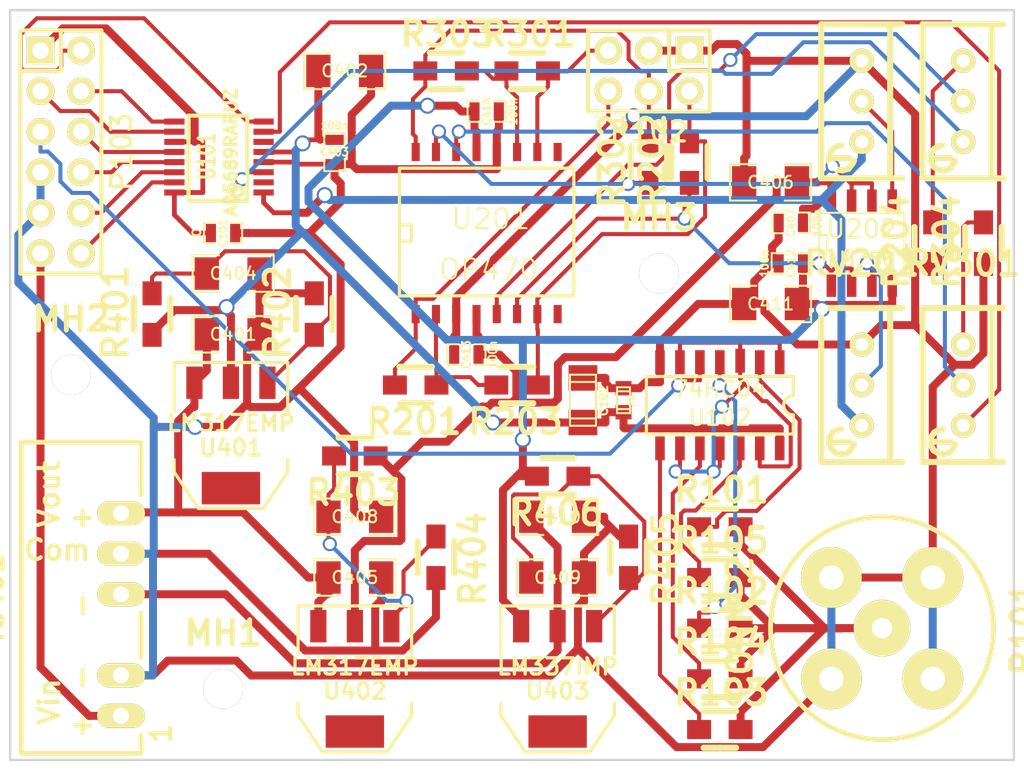
<source format=kicad_pcb>
(kicad_pcb (version 3) (host pcbnew "(2014-02-24 BZR 4719)-product")

  (general
    (links 128)
    (no_connects 0)
    (area 185.82023 19.177 274.490544 72.01916)
    (thickness 1.6)
    (drawings 4)
    (tracks 626)
    (zones 0)
    (modules 54)
    (nets 44)
  )

  (page A4)
  (layers
    (15 F.Cu signal)
    (0 B.Cu signal)
    (16 B.Adhes user)
    (17 F.Adhes user)
    (18 B.Paste user)
    (19 F.Paste user)
    (20 B.SilkS user)
    (21 F.SilkS user)
    (22 B.Mask user)
    (23 F.Mask user)
    (24 Dwgs.User user)
    (25 Cmts.User user)
    (26 Eco1.User user)
    (27 Eco2.User user)
    (28 Edge.Cuts user)
  )

  (setup
    (last_trace_width 0.254)
    (user_trace_width 0.3)
    (user_trace_width 0.5)
    (user_trace_width 1)
    (trace_clearance 0.254)
    (zone_clearance 0.508)
    (zone_45_only no)
    (trace_min 0.254)
    (segment_width 0.2)
    (edge_width 0.15)
    (via_size 0.889)
    (via_drill 0.635)
    (via_min_size 0.889)
    (via_min_drill 0.508)
    (uvia_size 0.508)
    (uvia_drill 0.127)
    (uvias_allowed no)
    (uvia_min_size 0.508)
    (uvia_min_drill 0.127)
    (pcb_text_width 0.3)
    (pcb_text_size 1.5 1.5)
    (mod_edge_width 0.15)
    (mod_text_size 1.5 1.5)
    (mod_text_width 0.15)
    (pad_size 1.7272 1.7272)
    (pad_drill 1.016)
    (pad_to_mask_clearance 0.2)
    (aux_axis_origin 0 0)
    (visible_elements 7FFCFF9F)
    (pcbplotparams
      (layerselection 3178497)
      (usegerberextensions true)
      (excludeedgelayer true)
      (linewidth 0.100000)
      (plotframeref false)
      (viasonmask false)
      (mode 1)
      (useauxorigin false)
      (hpglpennumber 1)
      (hpglpenspeed 20)
      (hpglpendiameter 15)
      (hpglpenoverlay 2)
      (psnegative false)
      (psa4output false)
      (plotreference true)
      (plotvalue true)
      (plotothertext true)
      (plotinvisibletext false)
      (padsonsilk false)
      (subtractmaskfromsilk false)
      (outputformat 1)
      (mirror false)
      (drillshape 1)
      (scaleselection 1)
      (outputdirectory ""))
  )

  (net 0 "")
  (net 1 +3.3VDAC)
  (net 2 +5VD)
  (net 3 -VAA)
  (net 4 /GAIN)
  (net 5 /MOD_IN)
  (net 6 /MOD_OUT)
  (net 7 /SCLK)
  (net 8 /SDIN)
  (net 9 /SDO)
  (net 10 /analog/+Vref)
  (net 11 /analog/In1)
  (net 12 /analog/Out1+)
  (net 13 /analog/Out1-)
  (net 14 /analog2/In1)
  (net 15 /analog2/Out1+)
  (net 16 /analog2/Out1-)
  (net 17 /powersupply/+Vin)
  (net 18 /powersupply/+Vout_unreg)
  (net 19 /powersupply/-Vout_unreg)
  (net 20 /~LDAC)
  (net 21 /~RESET)
  (net 22 /~SYNC)
  (net 23 DGND)
  (net 24 "Net-(C404-Pad1)")
  (net 25 "Net-(C408-Pad1)")
  (net 26 "Net-(C409-Pad2)")
  (net 27 "Net-(R101-Pad1)")
  (net 28 "Net-(R102-Pad1)")
  (net 29 "Net-(R103-Pad1)")
  (net 30 "Net-(R104-Pad1)")
  (net 31 "Net-(R105-Pad1)")
  (net 32 "Net-(R201-Pad1)")
  (net 33 "Net-(R202-Pad1)")
  (net 34 "Net-(R204-Pad2)")
  (net 35 "Net-(R301-Pad1)")
  (net 36 "Net-(R302-Pad1)")
  (net 37 "Net-(R304-Pad2)")
  (net 38 "Net-(RV201-Pad2)")
  (net 39 "Net-(RV202-Pad2)")
  (net 40 "Net-(RV301-Pad2)")
  (net 41 "Net-(RV302-Pad2)")
  (net 42 "Net-(U102-Pad1)")
  (net 43 VAA)

  (net_class Default "This is the default net class."
    (clearance 0.254)
    (trace_width 0.254)
    (via_dia 0.889)
    (via_drill 0.635)
    (uvia_dia 0.508)
    (uvia_drill 0.127)
    (add_net "")
    (add_net /GAIN)
    (add_net /MOD_IN)
    (add_net /SCLK)
    (add_net /SDIN)
    (add_net /SDO)
    (add_net /analog/In1)
    (add_net /analog/Out1+)
    (add_net /analog/Out1-)
    (add_net /analog2/In1)
    (add_net /analog2/Out1+)
    (add_net /analog2/Out1-)
    (add_net /~LDAC)
    (add_net /~RESET)
    (add_net /~SYNC)
    (add_net "Net-(C404-Pad1)")
    (add_net "Net-(C408-Pad1)")
    (add_net "Net-(C409-Pad2)")
    (add_net "Net-(R101-Pad1)")
    (add_net "Net-(R102-Pad1)")
    (add_net "Net-(R103-Pad1)")
    (add_net "Net-(R104-Pad1)")
    (add_net "Net-(R105-Pad1)")
    (add_net "Net-(R201-Pad1)")
    (add_net "Net-(R202-Pad1)")
    (add_net "Net-(R204-Pad2)")
    (add_net "Net-(R301-Pad1)")
    (add_net "Net-(R302-Pad1)")
    (add_net "Net-(R304-Pad2)")
    (add_net "Net-(RV201-Pad2)")
    (add_net "Net-(RV202-Pad2)")
    (add_net "Net-(RV301-Pad2)")
    (add_net "Net-(RV302-Pad2)")
    (add_net "Net-(U102-Pad1)")
  )

  (net_class Power ""
    (clearance 0.254)
    (trace_width 0.5)
    (via_dia 1)
    (via_drill 0.75)
    (uvia_dia 0.508)
    (uvia_drill 0.127)
    (add_net +3.3VDAC)
    (add_net +5VD)
    (add_net -VAA)
    (add_net /MOD_OUT)
    (add_net /analog/+Vref)
    (add_net /powersupply/+Vin)
    (add_net /powersupply/+Vout_unreg)
    (add_net /powersupply/-Vout_unreg)
    (add_net DGND)
    (add_net VAA)
  )

  (module Mounting_Holes:MountingHole_2-5mm (layer F.Cu) (tedit 53151217) (tstamp 53151120)
    (at 220.98 65.405)
    (descr "Mounting hole, Befestigungsbohrung, 2,5mm, No Annular, Kein Restring,")
    (tags "Mounting hole, Befestigungsbohrung, 2,5mm, No Annular, Kein Restring,")
    (fp_text reference MH1 (at 0 -3.50012) (layer F.SilkS)
      (effects (font (thickness 0.3048)))
    )
    (fp_text value MountingHole_2-5mm_RevA_Date21Jun2010 (at 0.09906 3.59918) (layer F.SilkS) hide
      (effects (font (thickness 0.3048)))
    )
    (fp_circle (center 0 0) (end 2.49936 0) (layer Cmts.User) (width 0.381))
    (pad 1 thru_hole circle (at 0 0) (size 2.49936 2.49936) (drill 2.49936) (layers))
  )

  (module Mounting_Holes:MountingHole_2-5mm (layer F.Cu) (tedit 5315120E) (tstamp 5315111B)
    (at 211.455 45.72)
    (descr "Mounting hole, Befestigungsbohrung, 2,5mm, No Annular, Kein Restring,")
    (tags "Mounting hole, Befestigungsbohrung, 2,5mm, No Annular, Kein Restring,")
    (fp_text reference MH2 (at 0 -3.50012) (layer F.SilkS)
      (effects (font (thickness 0.3048)))
    )
    (fp_text value MountingHole_2-5mm_RevA_Date21Jun2010 (at 0.09906 3.59918) (layer F.SilkS) hide
      (effects (font (thickness 0.3048)))
    )
    (fp_circle (center 0 0) (end 2.49936 0) (layer Cmts.User) (width 0.381))
    (pad 1 thru_hole circle (at 0 0) (size 2.49936 2.49936) (drill 2.49936) (layers))
  )

  (module Mounting_Holes:MountingHole_2-5mm (layer F.Cu) (tedit 53151220) (tstamp 53151116)
    (at 248.285 39.37)
    (descr "Mounting hole, Befestigungsbohrung, 2,5mm, No Annular, Kein Restring,")
    (tags "Mounting hole, Befestigungsbohrung, 2,5mm, No Annular, Kein Restring,")
    (fp_text reference MH3 (at 0 -3.50012) (layer F.SilkS)
      (effects (font (thickness 0.3048)))
    )
    (fp_text value MountingHole_2-5mm_RevA_Date21Jun2010 (at 0.09906 3.59918) (layer F.SilkS) hide
      (effects (font (thickness 0.3048)))
    )
    (fp_circle (center 0 0) (end 2.49936 0) (layer Cmts.User) (width 0.381))
    (pad 1 thru_hole circle (at 0 0) (size 2.49936 2.49936) (drill 2.49936) (layers))
  )

  (module Pin_Headers:Pin_Header_Straight_2x06 (layer F.Cu) (tedit 530FDEC9) (tstamp 52F98FC9)
    (at 210.82 31.75 270)
    (descr "1 pin")
    (tags "CONN DEV")
    (path /52F9A0A4)
    (fp_text reference P103 (at 0 -3.81 270) (layer F.SilkS)
      (effects (font (size 1.27 1.27) (thickness 0.2032)))
    )
    (fp_text value CONN_6X2 (at 0 0 270) (layer F.SilkS) hide
      (effects (font (size 1.27 1.27) (thickness 0.2032)))
    )
    (fp_line (start 7.62 -2.54) (end -7.62 -2.54) (layer F.SilkS) (width 0.254))
    (fp_line (start -5.08 2.54) (end 7.62 2.54) (layer F.SilkS) (width 0.254))
    (fp_line (start 7.62 -2.54) (end 7.62 2.54) (layer F.SilkS) (width 0.254))
    (fp_line (start -7.62 -2.54) (end -7.62 0) (layer F.SilkS) (width 0.254))
    (fp_line (start -7.62 2.54) (end -5.08 2.54) (layer F.SilkS) (width 0.254))
    (fp_line (start -7.62 0) (end -5.08 0) (layer F.SilkS) (width 0.254))
    (fp_line (start -5.08 0) (end -5.08 2.54) (layer F.SilkS) (width 0.254))
    (fp_line (start -7.62 2.54) (end -7.62 0) (layer F.SilkS) (width 0.254))
    (pad 1 thru_hole rect (at -6.35 1.27 270) (size 1.7272 1.7272) (drill 1.016) (layers *.Cu *.Mask F.SilkS)
      (net 1 +3.3VDAC))
    (pad 3 thru_hole oval (at -3.81 1.27 270) (size 1.7272 1.7272) (drill 1.016) (layers *.Cu *.Mask F.SilkS)
      (net 4 /GAIN))
    (pad 5 thru_hole oval (at -1.27 1.27 270) (size 1.7272 1.7272) (drill 1.016) (layers *.Cu *.Mask F.SilkS)
      (net 5 /MOD_IN))
    (pad 7 thru_hole oval (at 1.27 1.27 270) (size 1.7272 1.7272) (drill 1.016) (layers *.Cu *.Mask F.SilkS)
      (net 23 DGND))
    (pad 9 thru_hole oval (at 3.81 1.27 270) (size 1.7272 1.7272) (drill 1.016) (layers *.Cu *.Mask F.SilkS)
      (net 23 DGND))
    (pad 11 thru_hole oval (at 6.35 1.27 270) (size 1.7272 1.7272) (drill 1.016) (layers *.Cu *.Mask F.SilkS)
      (net 17 /powersupply/+Vin))
    (pad 12 thru_hole oval (at 6.35 -1.27 270) (size 1.7272 1.7272) (drill 1.016) (layers *.Cu *.Mask F.SilkS)
      (net 21 /~RESET))
    (pad 10 thru_hole oval (at 3.81 -1.27 270) (size 1.7272 1.7272) (drill 1.016) (layers *.Cu *.Mask F.SilkS)
      (net 8 /SDIN))
    (pad 8 thru_hole oval (at 1.27 -1.27 270) (size 1.7272 1.7272) (drill 1.016) (layers *.Cu *.Mask F.SilkS)
      (net 22 /~SYNC))
    (pad 6 thru_hole oval (at -1.27 -1.27 270) (size 1.7272 1.7272) (drill 1.016) (layers *.Cu *.Mask F.SilkS)
      (net 7 /SCLK))
    (pad 4 thru_hole oval (at -3.81 -1.27 270) (size 1.7272 1.7272) (drill 1.016) (layers *.Cu *.Mask F.SilkS)
      (net 20 /~LDAC))
    (pad 2 thru_hole oval (at -6.35 -1.27 270) (size 1.7272 1.7272) (drill 1.016) (layers *.Cu *.Mask F.SilkS)
      (net 9 /SDO))
    (model Pin_Headers/Pin_Header_Straight_2x06.wrl
      (at (xyz 0 0 0))
      (scale (xyz 1 1 1))
      (rotate (xyz 0 0 0))
    )
  )

  (module SMD_Packages:TSSOP16 (layer F.Cu) (tedit 530E830B) (tstamp 5311D5AE)
    (at 223.52 34.29 90)
    (path /52F40BAC)
    (attr smd)
    (fp_text reference U101 (at 2.27584 -3.54838 90) (layer F.SilkS)
      (effects (font (size 1.016 0.762) (thickness 0.1905)))
    )
    (fp_text value AD5689RARUZ (at 2.52476 -2.04978 90) (layer F.SilkS)
      (effects (font (size 0.762 0.762) (thickness 0.1905)))
    )
    (fp_line (start -0.51816 -4.70408) (end 4.81584 -4.70408) (layer F.SilkS) (width 0.254))
    (fp_line (start 4.81584 -4.70408) (end 4.81584 -1.02108) (layer F.SilkS) (width 0.254))
    (fp_line (start 4.81584 -1.02108) (end -0.51816 -1.02108) (layer F.SilkS) (width 0.254))
    (fp_line (start -0.51816 -1.02108) (end -0.51816 -4.70408) (layer F.SilkS) (width 0.254))
    (fp_circle (center 0.07366 -1.64084) (end -0.12954 -1.38684) (layer F.SilkS) (width 0.254))
    (pad 1 smd rect (at 0 0 90) (size 0.381 1.27) (layers F.Cu F.Paste F.Mask)
      (net 10 /analog/+Vref))
    (pad 2 smd rect (at 0.635 0 90) (size 0.381 1.27) (layers F.Cu F.Paste F.Mask))
    (pad 3 smd rect (at 1.27 0 90) (size 0.381 1.27) (layers F.Cu F.Paste F.Mask)
      (net 11 /analog/In1))
    (pad 4 smd rect (at 1.905 0 90) (size 0.381 1.27) (layers F.Cu F.Paste F.Mask)
      (net 23 DGND))
    (pad 5 smd rect (at 2.54 0 90) (size 0.381 1.27) (layers F.Cu F.Paste F.Mask)
      (net 2 +5VD))
    (pad 6 smd rect (at 3.175 0 90) (size 0.381 1.27) (layers F.Cu F.Paste F.Mask))
    (pad 7 smd rect (at 3.81 0 90) (size 0.381 1.27) (layers F.Cu F.Paste F.Mask)
      (net 14 /analog2/In1))
    (pad 8 smd rect (at 4.445 0 90) (size 0.381 1.27) (layers F.Cu F.Paste F.Mask)
      (net 9 /SDO))
    (pad 9 smd rect (at 4.445 -5.588 90) (size 0.381 1.27) (layers F.Cu F.Paste F.Mask)
      (net 20 /~LDAC))
    (pad 10 smd rect (at 3.81 -5.588 90) (size 0.381 1.27) (layers F.Cu F.Paste F.Mask)
      (net 4 /GAIN))
    (pad 11 smd rect (at 3.175 -5.588 90) (size 0.381 1.27) (layers F.Cu F.Paste F.Mask)
      (net 1 +3.3VDAC))
    (pad 12 smd rect (at 2.54 -5.588 90) (size 0.381 1.27) (layers F.Cu F.Paste F.Mask)
      (net 7 /SCLK))
    (pad 13 smd rect (at 1.905 -5.588 90) (size 0.381 1.27) (layers F.Cu F.Paste F.Mask)
      (net 22 /~SYNC))
    (pad 14 smd rect (at 1.27 -5.588 90) (size 0.381 1.27) (layers F.Cu F.Paste F.Mask)
      (net 8 /SDIN))
    (pad 15 smd rect (at 0.635 -5.588 90) (size 0.381 1.27) (layers F.Cu F.Paste F.Mask)
      (net 21 /~RESET))
    (pad 16 smd rect (at 0 -5.588 90) (size 0.381 1.27) (layers F.Cu F.Paste F.Mask)
      (net 1 +3.3VDAC))
    (model smd\smd_dil\tssop-16.wrl
      (at (xyz 0 0 0))
      (scale (xyz 1 1 1))
      (rotate (xyz 0 0 0))
    )
  )

  (module SMD_Packages:SM0603_Capa (layer F.Cu) (tedit 52F98CFF) (tstamp 52F98EBB)
    (at 220.98 36.83)
    (path /52F5B815)
    (attr smd)
    (fp_text reference C101 (at 0 0 90) (layer F.SilkS)
      (effects (font (size 0.508 0.4572) (thickness 0.1143)))
    )
    (fp_text value C (at -1.651 0 90) (layer F.SilkS)
      (effects (font (size 0.508 0.4572) (thickness 0.1143)))
    )
    (fp_line (start 0.50038 0.65024) (end 1.19888 0.65024) (layer F.SilkS) (width 0.11938))
    (fp_line (start -0.50038 0.65024) (end -1.19888 0.65024) (layer F.SilkS) (width 0.11938))
    (fp_line (start 0.50038 -0.65024) (end 1.19888 -0.65024) (layer F.SilkS) (width 0.11938))
    (fp_line (start -1.19888 -0.65024) (end -0.50038 -0.65024) (layer F.SilkS) (width 0.11938))
    (fp_line (start 1.19888 -0.635) (end 1.19888 0.635) (layer F.SilkS) (width 0.11938))
    (fp_line (start -1.19888 0.635) (end -1.19888 -0.635) (layer F.SilkS) (width 0.11938))
    (pad 1 smd rect (at -0.762 0) (size 0.635 1.143) (layers F.Cu F.Paste F.Mask)
      (net 1 +3.3VDAC))
    (pad 2 smd rect (at 0.762 0) (size 0.635 1.143) (layers F.Cu F.Paste F.Mask)
      (net 23 DGND))
    (model smd\capacitors\C0603.wrl
      (at (xyz 0 0 0.001))
      (scale (xyz 0.5 0.5 0.5))
      (rotate (xyz 0 0 0))
    )
  )

  (module Capacitors_SMD:c_1206 (layer F.Cu) (tedit 52F98D02) (tstamp 52F98EC7)
    (at 243.522 47.3075 270)
    (descr "SMT capacitor, 1206")
    (path /52F9E309)
    (fp_text reference C102 (at 0.0254 -1.2954 270) (layer F.SilkS)
      (effects (font (size 0.50038 0.50038) (thickness 0.11938)))
    )
    (fp_text value C (at 0 1.27 270) (layer F.SilkS) hide
      (effects (font (size 0.50038 0.50038) (thickness 0.11938)))
    )
    (fp_line (start 1.143 0.8128) (end 1.143 -0.8128) (layer F.SilkS) (width 0.127))
    (fp_line (start -1.143 -0.8128) (end -1.143 0.8128) (layer F.SilkS) (width 0.127))
    (fp_line (start -1.6002 -0.8128) (end -1.6002 0.8128) (layer F.SilkS) (width 0.127))
    (fp_line (start -1.6002 0.8128) (end 1.6002 0.8128) (layer F.SilkS) (width 0.127))
    (fp_line (start 1.6002 0.8128) (end 1.6002 -0.8128) (layer F.SilkS) (width 0.127))
    (fp_line (start 1.6002 -0.8128) (end -1.6002 -0.8128) (layer F.SilkS) (width 0.127))
    (pad 1 smd rect (at 1.397 0 270) (size 1.6002 1.8034) (layers F.Cu F.Paste F.Mask)
      (net 2 +5VD))
    (pad 2 smd rect (at -1.397 0 270) (size 1.6002 1.8034) (layers F.Cu F.Paste F.Mask)
      (net 23 DGND))
    (model smd/capacitors/c_1206.wrl
      (at (xyz 0 0 0))
      (scale (xyz 1 1 1))
      (rotate (xyz 0 0 0))
    )
  )

  (module Capacitors_SMD:c_0603 (layer F.Cu) (tedit 52F98D02) (tstamp 52F98ED3)
    (at 246.062 47.3075 270)
    (descr "SMT capacitor, 0603")
    (path /52F9E404)
    (fp_text reference C103 (at 0 -0.635 270) (layer F.SilkS)
      (effects (font (size 0.20066 0.20066) (thickness 0.04064)))
    )
    (fp_text value C (at 0 0.635 270) (layer F.SilkS) hide
      (effects (font (size 0.20066 0.20066) (thickness 0.04064)))
    )
    (fp_line (start 0.5588 0.4064) (end 0.5588 -0.4064) (layer F.SilkS) (width 0.127))
    (fp_line (start -0.5588 -0.381) (end -0.5588 0.4064) (layer F.SilkS) (width 0.127))
    (fp_line (start -0.8128 -0.4064) (end 0.8128 -0.4064) (layer F.SilkS) (width 0.127))
    (fp_line (start 0.8128 -0.4064) (end 0.8128 0.4064) (layer F.SilkS) (width 0.127))
    (fp_line (start 0.8128 0.4064) (end -0.8128 0.4064) (layer F.SilkS) (width 0.127))
    (fp_line (start -0.8128 0.4064) (end -0.8128 -0.4064) (layer F.SilkS) (width 0.127))
    (pad 1 smd rect (at 0.75184 0 270) (size 0.89916 1.00076) (layers F.Cu F.Paste F.Mask)
      (net 2 +5VD))
    (pad 2 smd rect (at -0.75184 0 270) (size 0.89916 1.00076) (layers F.Cu F.Paste F.Mask)
      (net 23 DGND))
    (model smd/capacitors/c_0603.wrl
      (at (xyz 0 0 0))
      (scale (xyz 1 1 1))
      (rotate (xyz 0 0 0))
    )
  )

  (module SMD_Packages:SM1206 (layer F.Cu) (tedit 52F98CFF) (tstamp 52F98EEB)
    (at 221.615 43.18)
    (path /52F4209D/52F4E098)
    (attr smd)
    (fp_text reference C401 (at 0 0) (layer F.SilkS)
      (effects (font (size 0.762 0.762) (thickness 0.127)))
    )
    (fp_text value 1u (at 0 0) (layer F.SilkS) hide
      (effects (font (size 0.762 0.762) (thickness 0.127)))
    )
    (fp_line (start -2.54 -1.143) (end -2.54 1.143) (layer F.SilkS) (width 0.127))
    (fp_line (start -2.54 1.143) (end -0.889 1.143) (layer F.SilkS) (width 0.127))
    (fp_line (start 0.889 -1.143) (end 2.54 -1.143) (layer F.SilkS) (width 0.127))
    (fp_line (start 2.54 -1.143) (end 2.54 1.143) (layer F.SilkS) (width 0.127))
    (fp_line (start 2.54 1.143) (end 0.889 1.143) (layer F.SilkS) (width 0.127))
    (fp_line (start -0.889 -1.143) (end -2.54 -1.143) (layer F.SilkS) (width 0.127))
    (pad 1 smd rect (at -1.651 0) (size 1.524 2.032) (layers F.Cu F.Paste F.Mask)
      (net 18 /powersupply/+Vout_unreg))
    (pad 2 smd rect (at 1.651 0) (size 1.524 2.032) (layers F.Cu F.Paste F.Mask)
      (net 23 DGND))
    (model smd/chip_cms.wrl
      (at (xyz 0 0 0))
      (scale (xyz 0.17 0.16 0.16))
      (rotate (xyz 0 0 0))
    )
  )

  (module SMD_Packages:SM1206 (layer F.Cu) (tedit 52F98CFF) (tstamp 52F98EF7)
    (at 228.6 26.67)
    (path /52F4209D/52F4E0BB)
    (attr smd)
    (fp_text reference C402 (at 0 0) (layer F.SilkS)
      (effects (font (size 0.762 0.762) (thickness 0.127)))
    )
    (fp_text value 1u (at 0 0) (layer F.SilkS) hide
      (effects (font (size 0.762 0.762) (thickness 0.127)))
    )
    (fp_line (start -2.54 -1.143) (end -2.54 1.143) (layer F.SilkS) (width 0.127))
    (fp_line (start -2.54 1.143) (end -0.889 1.143) (layer F.SilkS) (width 0.127))
    (fp_line (start 0.889 -1.143) (end 2.54 -1.143) (layer F.SilkS) (width 0.127))
    (fp_line (start 2.54 -1.143) (end 2.54 1.143) (layer F.SilkS) (width 0.127))
    (fp_line (start 2.54 1.143) (end 0.889 1.143) (layer F.SilkS) (width 0.127))
    (fp_line (start -0.889 -1.143) (end -2.54 -1.143) (layer F.SilkS) (width 0.127))
    (pad 1 smd rect (at -1.651 0) (size 1.524 2.032) (layers F.Cu F.Paste F.Mask)
      (net 2 +5VD))
    (pad 2 smd rect (at 1.651 0) (size 1.524 2.032) (layers F.Cu F.Paste F.Mask)
      (net 23 DGND))
    (model smd/chip_cms.wrl
      (at (xyz 0 0 0))
      (scale (xyz 0.17 0.16 0.16))
      (rotate (xyz 0 0 0))
    )
  )

  (module SMD_Packages:SM0603_Capa (layer F.Cu) (tedit 52F98CFF) (tstamp 52F98F03)
    (at 227.965 31.75 270)
    (path /52F4209D/52F4E0C6)
    (attr smd)
    (fp_text reference C403 (at 0 0 360) (layer F.SilkS)
      (effects (font (size 0.508 0.4572) (thickness 0.1143)))
    )
    (fp_text value 100n (at -1.651 0 360) (layer F.SilkS)
      (effects (font (size 0.508 0.4572) (thickness 0.1143)))
    )
    (fp_line (start 0.50038 0.65024) (end 1.19888 0.65024) (layer F.SilkS) (width 0.11938))
    (fp_line (start -0.50038 0.65024) (end -1.19888 0.65024) (layer F.SilkS) (width 0.11938))
    (fp_line (start 0.50038 -0.65024) (end 1.19888 -0.65024) (layer F.SilkS) (width 0.11938))
    (fp_line (start -1.19888 -0.65024) (end -0.50038 -0.65024) (layer F.SilkS) (width 0.11938))
    (fp_line (start 1.19888 -0.635) (end 1.19888 0.635) (layer F.SilkS) (width 0.11938))
    (fp_line (start -1.19888 0.635) (end -1.19888 -0.635) (layer F.SilkS) (width 0.11938))
    (pad 1 smd rect (at -0.762 0 270) (size 0.635 1.143) (layers F.Cu F.Paste F.Mask)
      (net 2 +5VD))
    (pad 2 smd rect (at 0.762 0 270) (size 0.635 1.143) (layers F.Cu F.Paste F.Mask)
      (net 23 DGND))
    (model smd\capacitors\C0603.wrl
      (at (xyz 0 0 0.001))
      (scale (xyz 0.5 0.5 0.5))
      (rotate (xyz 0 0 0))
    )
  )

  (module SMD_Packages:SM1206 (layer F.Cu) (tedit 52F98CFF) (tstamp 530FC55F)
    (at 221.615 39.37)
    (path /52F4209D/52F4E0A4)
    (attr smd)
    (fp_text reference C404 (at 0 0) (layer F.SilkS)
      (effects (font (size 0.762 0.762) (thickness 0.127)))
    )
    (fp_text value 10u (at 0 0) (layer F.SilkS) hide
      (effects (font (size 0.762 0.762) (thickness 0.127)))
    )
    (fp_line (start -2.54 -1.143) (end -2.54 1.143) (layer F.SilkS) (width 0.127))
    (fp_line (start -2.54 1.143) (end -0.889 1.143) (layer F.SilkS) (width 0.127))
    (fp_line (start 0.889 -1.143) (end 2.54 -1.143) (layer F.SilkS) (width 0.127))
    (fp_line (start 2.54 -1.143) (end 2.54 1.143) (layer F.SilkS) (width 0.127))
    (fp_line (start 2.54 1.143) (end 0.889 1.143) (layer F.SilkS) (width 0.127))
    (fp_line (start -0.889 -1.143) (end -2.54 -1.143) (layer F.SilkS) (width 0.127))
    (pad 1 smd rect (at -1.651 0) (size 1.524 2.032) (layers F.Cu F.Paste F.Mask)
      (net 24 "Net-(C404-Pad1)"))
    (pad 2 smd rect (at 1.651 0) (size 1.524 2.032) (layers F.Cu F.Paste F.Mask)
      (net 23 DGND))
    (model smd/chip_cms.wrl
      (at (xyz 0 0 0))
      (scale (xyz 0.17 0.16 0.16))
      (rotate (xyz 0 0 0))
    )
  )

  (module SMD_Packages:SM1206 (layer F.Cu) (tedit 52F98CFF) (tstamp 52F9951C)
    (at 229.235 58.42)
    (path /52F4209D/52F44BC8)
    (attr smd)
    (fp_text reference C405 (at 0 0) (layer F.SilkS)
      (effects (font (size 0.762 0.762) (thickness 0.127)))
    )
    (fp_text value 1u (at 0 0) (layer F.SilkS) hide
      (effects (font (size 0.762 0.762) (thickness 0.127)))
    )
    (fp_line (start -2.54 -1.143) (end -2.54 1.143) (layer F.SilkS) (width 0.127))
    (fp_line (start -2.54 1.143) (end -0.889 1.143) (layer F.SilkS) (width 0.127))
    (fp_line (start 0.889 -1.143) (end 2.54 -1.143) (layer F.SilkS) (width 0.127))
    (fp_line (start 2.54 -1.143) (end 2.54 1.143) (layer F.SilkS) (width 0.127))
    (fp_line (start 2.54 1.143) (end 0.889 1.143) (layer F.SilkS) (width 0.127))
    (fp_line (start -0.889 -1.143) (end -2.54 -1.143) (layer F.SilkS) (width 0.127))
    (pad 1 smd rect (at -1.651 0) (size 1.524 2.032) (layers F.Cu F.Paste F.Mask)
      (net 18 /powersupply/+Vout_unreg))
    (pad 2 smd rect (at 1.651 0) (size 1.524 2.032) (layers F.Cu F.Paste F.Mask)
      (net 23 DGND))
    (model smd/chip_cms.wrl
      (at (xyz 0 0 0))
      (scale (xyz 0.17 0.16 0.16))
      (rotate (xyz 0 0 0))
    )
  )

  (module SMD_Packages:SM1206 (layer F.Cu) (tedit 52F98CFF) (tstamp 52F98F27)
    (at 255.27 33.655 180)
    (path /52F4209D/52F4DDE2)
    (attr smd)
    (fp_text reference C406 (at 0 0 180) (layer F.SilkS)
      (effects (font (size 0.762 0.762) (thickness 0.127)))
    )
    (fp_text value 1u (at 0 0 180) (layer F.SilkS) hide
      (effects (font (size 0.762 0.762) (thickness 0.127)))
    )
    (fp_line (start -2.54 -1.143) (end -2.54 1.143) (layer F.SilkS) (width 0.127))
    (fp_line (start -2.54 1.143) (end -0.889 1.143) (layer F.SilkS) (width 0.127))
    (fp_line (start 0.889 -1.143) (end 2.54 -1.143) (layer F.SilkS) (width 0.127))
    (fp_line (start 2.54 -1.143) (end 2.54 1.143) (layer F.SilkS) (width 0.127))
    (fp_line (start 2.54 1.143) (end 0.889 1.143) (layer F.SilkS) (width 0.127))
    (fp_line (start -0.889 -1.143) (end -2.54 -1.143) (layer F.SilkS) (width 0.127))
    (pad 1 smd rect (at -1.651 0 180) (size 1.524 2.032) (layers F.Cu F.Paste F.Mask)
      (net 43 VAA))
    (pad 2 smd rect (at 1.651 0 180) (size 1.524 2.032) (layers F.Cu F.Paste F.Mask)
      (net 23 DGND))
    (model smd/chip_cms.wrl
      (at (xyz 0 0 0))
      (scale (xyz 0.17 0.16 0.16))
      (rotate (xyz 0 0 0))
    )
  )

  (module SMD_Packages:SM0603_Capa (layer F.Cu) (tedit 52F98CFF) (tstamp 52F98F33)
    (at 256.54 36.195 180)
    (path /52F4209D/52F4DF8B)
    (attr smd)
    (fp_text reference C407 (at 0 0 270) (layer F.SilkS)
      (effects (font (size 0.508 0.4572) (thickness 0.1143)))
    )
    (fp_text value 100n (at -1.651 0 270) (layer F.SilkS)
      (effects (font (size 0.508 0.4572) (thickness 0.1143)))
    )
    (fp_line (start 0.50038 0.65024) (end 1.19888 0.65024) (layer F.SilkS) (width 0.11938))
    (fp_line (start -0.50038 0.65024) (end -1.19888 0.65024) (layer F.SilkS) (width 0.11938))
    (fp_line (start 0.50038 -0.65024) (end 1.19888 -0.65024) (layer F.SilkS) (width 0.11938))
    (fp_line (start -1.19888 -0.65024) (end -0.50038 -0.65024) (layer F.SilkS) (width 0.11938))
    (fp_line (start 1.19888 -0.635) (end 1.19888 0.635) (layer F.SilkS) (width 0.11938))
    (fp_line (start -1.19888 0.635) (end -1.19888 -0.635) (layer F.SilkS) (width 0.11938))
    (pad 1 smd rect (at -0.762 0 180) (size 0.635 1.143) (layers F.Cu F.Paste F.Mask)
      (net 43 VAA))
    (pad 2 smd rect (at 0.762 0 180) (size 0.635 1.143) (layers F.Cu F.Paste F.Mask)
      (net 23 DGND))
    (model smd\capacitors\C0603.wrl
      (at (xyz 0 0 0.001))
      (scale (xyz 0.5 0.5 0.5))
      (rotate (xyz 0 0 0))
    )
  )

  (module SMD_Packages:SM1206 (layer F.Cu) (tedit 52F98CFF) (tstamp 52F98F3F)
    (at 229.235 54.61)
    (path /52F4209D/52F4DA21)
    (attr smd)
    (fp_text reference C408 (at 0 0) (layer F.SilkS)
      (effects (font (size 0.762 0.762) (thickness 0.127)))
    )
    (fp_text value 10u (at 0 0) (layer F.SilkS) hide
      (effects (font (size 0.762 0.762) (thickness 0.127)))
    )
    (fp_line (start -2.54 -1.143) (end -2.54 1.143) (layer F.SilkS) (width 0.127))
    (fp_line (start -2.54 1.143) (end -0.889 1.143) (layer F.SilkS) (width 0.127))
    (fp_line (start 0.889 -1.143) (end 2.54 -1.143) (layer F.SilkS) (width 0.127))
    (fp_line (start 2.54 -1.143) (end 2.54 1.143) (layer F.SilkS) (width 0.127))
    (fp_line (start 2.54 1.143) (end 0.889 1.143) (layer F.SilkS) (width 0.127))
    (fp_line (start -0.889 -1.143) (end -2.54 -1.143) (layer F.SilkS) (width 0.127))
    (pad 1 smd rect (at -1.651 0) (size 1.524 2.032) (layers F.Cu F.Paste F.Mask)
      (net 25 "Net-(C408-Pad1)"))
    (pad 2 smd rect (at 1.651 0) (size 1.524 2.032) (layers F.Cu F.Paste F.Mask)
      (net 23 DGND))
    (model smd/chip_cms.wrl
      (at (xyz 0 0 0))
      (scale (xyz 0.17 0.16 0.16))
      (rotate (xyz 0 0 0))
    )
  )

  (module SMD_Packages:SM1206 (layer F.Cu) (tedit 52F98CFF) (tstamp 52F98F4B)
    (at 241.935 58.42 180)
    (path /52F4209D/52F4DC03)
    (attr smd)
    (fp_text reference C409 (at 0 0 180) (layer F.SilkS)
      (effects (font (size 0.762 0.762) (thickness 0.127)))
    )
    (fp_text value 10u (at 0 0 180) (layer F.SilkS) hide
      (effects (font (size 0.762 0.762) (thickness 0.127)))
    )
    (fp_line (start -2.54 -1.143) (end -2.54 1.143) (layer F.SilkS) (width 0.127))
    (fp_line (start -2.54 1.143) (end -0.889 1.143) (layer F.SilkS) (width 0.127))
    (fp_line (start 0.889 -1.143) (end 2.54 -1.143) (layer F.SilkS) (width 0.127))
    (fp_line (start 2.54 -1.143) (end 2.54 1.143) (layer F.SilkS) (width 0.127))
    (fp_line (start 2.54 1.143) (end 0.889 1.143) (layer F.SilkS) (width 0.127))
    (fp_line (start -0.889 -1.143) (end -2.54 -1.143) (layer F.SilkS) (width 0.127))
    (pad 1 smd rect (at -1.651 0 180) (size 1.524 2.032) (layers F.Cu F.Paste F.Mask)
      (net 23 DGND))
    (pad 2 smd rect (at 1.651 0 180) (size 1.524 2.032) (layers F.Cu F.Paste F.Mask)
      (net 26 "Net-(C409-Pad2)"))
    (model smd/chip_cms.wrl
      (at (xyz 0 0 0))
      (scale (xyz 0.17 0.16 0.16))
      (rotate (xyz 0 0 0))
    )
  )

  (module SMD_Packages:SM1206 (layer F.Cu) (tedit 52F98CFF) (tstamp 52F98F57)
    (at 241.935 54.61 180)
    (path /52F4209D/52F4DB2D)
    (attr smd)
    (fp_text reference C410 (at 0 0 180) (layer F.SilkS)
      (effects (font (size 0.762 0.762) (thickness 0.127)))
    )
    (fp_text value 1u (at 0 0 180) (layer F.SilkS) hide
      (effects (font (size 0.762 0.762) (thickness 0.127)))
    )
    (fp_line (start -2.54 -1.143) (end -2.54 1.143) (layer F.SilkS) (width 0.127))
    (fp_line (start -2.54 1.143) (end -0.889 1.143) (layer F.SilkS) (width 0.127))
    (fp_line (start 0.889 -1.143) (end 2.54 -1.143) (layer F.SilkS) (width 0.127))
    (fp_line (start 2.54 -1.143) (end 2.54 1.143) (layer F.SilkS) (width 0.127))
    (fp_line (start 2.54 1.143) (end 0.889 1.143) (layer F.SilkS) (width 0.127))
    (fp_line (start -0.889 -1.143) (end -2.54 -1.143) (layer F.SilkS) (width 0.127))
    (pad 1 smd rect (at -1.651 0 180) (size 1.524 2.032) (layers F.Cu F.Paste F.Mask)
      (net 23 DGND))
    (pad 2 smd rect (at 1.651 0 180) (size 1.524 2.032) (layers F.Cu F.Paste F.Mask)
      (net 19 /powersupply/-Vout_unreg))
    (model smd/chip_cms.wrl
      (at (xyz 0 0 0))
      (scale (xyz 0.17 0.16 0.16))
      (rotate (xyz 0 0 0))
    )
  )

  (module SMD_Packages:SM1206 (layer F.Cu) (tedit 52F98CFF) (tstamp 52F98F63)
    (at 255.27 41.275)
    (path /52F4209D/52F4DDED)
    (attr smd)
    (fp_text reference C411 (at 0 0) (layer F.SilkS)
      (effects (font (size 0.762 0.762) (thickness 0.127)))
    )
    (fp_text value 1u (at 0 0) (layer F.SilkS) hide
      (effects (font (size 0.762 0.762) (thickness 0.127)))
    )
    (fp_line (start -2.54 -1.143) (end -2.54 1.143) (layer F.SilkS) (width 0.127))
    (fp_line (start -2.54 1.143) (end -0.889 1.143) (layer F.SilkS) (width 0.127))
    (fp_line (start 0.889 -1.143) (end 2.54 -1.143) (layer F.SilkS) (width 0.127))
    (fp_line (start 2.54 -1.143) (end 2.54 1.143) (layer F.SilkS) (width 0.127))
    (fp_line (start 2.54 1.143) (end 0.889 1.143) (layer F.SilkS) (width 0.127))
    (fp_line (start -0.889 -1.143) (end -2.54 -1.143) (layer F.SilkS) (width 0.127))
    (pad 1 smd rect (at -1.651 0) (size 1.524 2.032) (layers F.Cu F.Paste F.Mask)
      (net 23 DGND))
    (pad 2 smd rect (at 1.651 0) (size 1.524 2.032) (layers F.Cu F.Paste F.Mask)
      (net 3 -VAA))
    (model smd/chip_cms.wrl
      (at (xyz 0 0 0))
      (scale (xyz 0.17 0.16 0.16))
      (rotate (xyz 0 0 0))
    )
  )

  (module SMD_Packages:SM0603_Capa (layer F.Cu) (tedit 52F98CFF) (tstamp 52F98F6F)
    (at 256.54 38.735)
    (path /52F4209D/52F4DF96)
    (attr smd)
    (fp_text reference C412 (at 0 0 90) (layer F.SilkS)
      (effects (font (size 0.508 0.4572) (thickness 0.1143)))
    )
    (fp_text value 100n (at -1.651 0 90) (layer F.SilkS)
      (effects (font (size 0.508 0.4572) (thickness 0.1143)))
    )
    (fp_line (start 0.50038 0.65024) (end 1.19888 0.65024) (layer F.SilkS) (width 0.11938))
    (fp_line (start -0.50038 0.65024) (end -1.19888 0.65024) (layer F.SilkS) (width 0.11938))
    (fp_line (start 0.50038 -0.65024) (end 1.19888 -0.65024) (layer F.SilkS) (width 0.11938))
    (fp_line (start -1.19888 -0.65024) (end -0.50038 -0.65024) (layer F.SilkS) (width 0.11938))
    (fp_line (start 1.19888 -0.635) (end 1.19888 0.635) (layer F.SilkS) (width 0.11938))
    (fp_line (start -1.19888 0.635) (end -1.19888 -0.635) (layer F.SilkS) (width 0.11938))
    (pad 1 smd rect (at -0.762 0) (size 0.635 1.143) (layers F.Cu F.Paste F.Mask)
      (net 23 DGND))
    (pad 2 smd rect (at 0.762 0) (size 0.635 1.143) (layers F.Cu F.Paste F.Mask)
      (net 3 -VAA))
    (model smd\capacitors\C0603.wrl
      (at (xyz 0 0 0.001))
      (scale (xyz 0.5 0.5 0.5))
      (rotate (xyz 0 0 0))
    )
  )

  (module DCDCs:DCDC-Conv_TRACO_TMH-xxxx_Dual_RevA_27Mar2011 (layer F.Cu) (tedit 4D8FB8BA) (tstamp 52F98F86)
    (at 212.09 59.69 90)
    (descr "DCDC-Converter, TRACO, TMH-xxxx, Dual output, RevA, 27Mar2011")
    (tags "DCDC-Converter, TRACO, TMH-xxxx, Dual output, RevA, 27Mar2011")
    (path /52F4209D/52F42F52)
    (fp_text reference IC401 (at 0 -5.4991 90) (layer F.SilkS)
      (effects (font (size 1.27 1.27) (thickness 0.254)))
    )
    (fp_text value DCDC-CONV_TRACO_TMH-XXXX_Dual_REVA_27MAR2011 (at 0 7.9502 90) (layer F.SilkS) hide
      (effects (font (size 1.27 1.27) (thickness 0.254)))
    )
    (fp_text user 1 (at -8.49884 5.00126 90) (layer F.SilkS)
      (effects (font (size 1.27 1.27) (thickness 0.254)))
    )
    (fp_text user Vout (at 6.49986 -1.99898 90) (layer F.SilkS)
      (effects (font (size 1.27 1.27) (thickness 0.254)))
    )
    (fp_text user Vin (at -6.49986 -1.99898 90) (layer F.SilkS)
      (effects (font (size 1.27 1.27) (thickness 0.254)))
    )
    (fp_text user Com (at 2.99974 -1.50114 180) (layer F.SilkS)
      (effects (font (size 1.27 1.27) (thickness 0.254)))
    )
    (fp_text user + (at 5.00126 0 90) (layer F.SilkS)
      (effects (font (size 1.27 1.27) (thickness 0.254)))
    )
    (fp_text user - (at -0.50038 0 90) (layer F.SilkS)
      (effects (font (size 1.27 1.27) (thickness 0.254)))
    )
    (fp_text user - (at -5.00126 0 90) (layer F.SilkS)
      (effects (font (size 1.27 1.27) (thickness 0.254)))
    )
    (fp_text user + (at -8.001 0 90) (layer F.SilkS)
      (effects (font (size 1.27 1.27) (thickness 0.254)))
    )
    (fp_line (start -8.60044 3.74904) (end -9.75106 3.74904) (layer F.SilkS) (width 0.3048))
    (fp_line (start -0.94996 3.74904) (end -3.70078 3.74904) (layer F.SilkS) (width 0.3048))
    (fp_line (start 9.75106 3.74904) (end 6.44906 3.74904) (layer F.SilkS) (width 0.3048))
    (fp_line (start 9.75106 3.74904) (end 9.75106 -3.74904) (layer F.SilkS) (width 0.3048))
    (fp_line (start 9.75106 -3.74904) (end -9.75106 -3.74904) (layer F.SilkS) (width 0.3048))
    (fp_line (start -9.75106 -3.74904) (end -9.75106 3.74904) (layer F.SilkS) (width 0.3048))
    (pad 1 thru_hole oval (at -7.39902 2.49936 90) (size 1.50114 2.99974) (drill 1.00076) (layers *.Cu *.Mask F.SilkS)
      (net 17 /powersupply/+Vin))
    (pad 2 thru_hole oval (at -4.85902 2.49936 90) (size 1.50114 2.99974) (drill 1.00076) (layers *.Cu *.Mask F.SilkS)
      (net 23 DGND))
    (pad 4 thru_hole oval (at 0.22098 2.49936 90) (size 1.50114 2.99974) (drill 1.00076) (layers *.Cu *.Mask F.SilkS)
      (net 19 /powersupply/-Vout_unreg))
    (pad 5 thru_hole oval (at 2.76098 2.49936 90) (size 1.50114 2.99974) (drill 1.00076) (layers *.Cu *.Mask F.SilkS)
      (net 23 DGND))
    (pad 6 thru_hole oval (at 5.30098 2.49936 90) (size 1.50114 2.99974) (drill 1.00076) (layers *.Cu *.Mask F.SilkS)
      (net 18 /powersupply/+Vout_unreg))
  )

  (module Pin_Headers:Pin_Header_Straight_2x03 (layer F.Cu) (tedit 52F98D02) (tstamp 52F98FB1)
    (at 247.65 26.67 180)
    (descr "1 pin")
    (tags "CONN DEV")
    (path /52F5F03E)
    (fp_text reference P102 (at 0 -3.81 180) (layer F.SilkS)
      (effects (font (size 1.27 1.27) (thickness 0.2032)))
    )
    (fp_text value CONN_3X2 (at 0 0 180) (layer F.SilkS) hide
      (effects (font (size 1.27 1.27) (thickness 0.2032)))
    )
    (fp_line (start -3.81 0) (end -1.27 0) (layer F.SilkS) (width 0.254))
    (fp_line (start -1.27 0) (end -1.27 2.54) (layer F.SilkS) (width 0.254))
    (fp_line (start -3.81 2.54) (end 3.81 2.54) (layer F.SilkS) (width 0.254))
    (fp_line (start 3.81 2.54) (end 3.81 -2.54) (layer F.SilkS) (width 0.254))
    (fp_line (start 3.81 -2.54) (end -1.27 -2.54) (layer F.SilkS) (width 0.254))
    (fp_line (start -3.81 2.54) (end -3.81 0) (layer F.SilkS) (width 0.254))
    (fp_line (start -3.81 -2.54) (end -3.81 0) (layer F.SilkS) (width 0.254))
    (fp_line (start -1.27 -2.54) (end -3.81 -2.54) (layer F.SilkS) (width 0.254))
    (pad 1 thru_hole rect (at -2.54 1.27 180) (size 1.7272 1.7272) (drill 1.016) (layers *.Cu *.Mask F.SilkS)
      (net 23 DGND))
    (pad 2 thru_hole oval (at 0 1.27 180) (size 1.7272 1.7272) (drill 1.016) (layers *.Cu *.Mask F.SilkS)
      (net 23 DGND))
    (pad 3 thru_hole oval (at 2.54 1.27 180) (size 1.7272 1.7272) (drill 1.016) (layers *.Cu *.Mask F.SilkS)
      (net 16 /analog2/Out1-))
    (pad 4 thru_hole oval (at 2.54 -1.27 180) (size 1.7272 1.7272) (drill 1.016) (layers *.Cu *.Mask F.SilkS)
      (net 13 /analog/Out1-))
    (pad 5 thru_hole oval (at 0 -1.27 180) (size 1.7272 1.7272) (drill 1.016) (layers *.Cu *.Mask F.SilkS)
      (net 15 /analog2/Out1+))
    (pad 6 thru_hole oval (at -2.54 -1.27 180) (size 1.7272 1.7272) (drill 1.016) (layers *.Cu *.Mask F.SilkS)
      (net 12 /analog/Out1+))
    (model Pin_Headers/Pin_Header_Straight_2x03.wrl
      (at (xyz 0 0 0))
      (scale (xyz 1 1 1))
      (rotate (xyz 0 0 0))
    )
  )

  (module Resistors_SMD:Resistor_SMD0805_HandSoldering (layer F.Cu) (tedit 52F98D00) (tstamp 52F98FD3)
    (at 252.095 55.245)
    (descr "Resistor, SMD, 0805, Hand soldering,")
    (tags "Resistor, SMD, 0805, Hand soldering,")
    (path /52F985DA)
    (attr smd)
    (fp_text reference R101 (at 0.09906 -2.30124) (layer F.SilkS)
      (effects (font (thickness 0.3048)))
    )
    (fp_text value R (at 0.20066 2.60096) (layer F.SilkS) hide
      (effects (font (thickness 0.3048)))
    )
    (fp_line (start 0 -1.143) (end -1.016 -1.143) (layer F.SilkS) (width 0.381))
    (fp_line (start 0 -1.143) (end 1.016 -1.143) (layer F.SilkS) (width 0.381))
    (fp_line (start 0 1.143) (end -1.016 1.143) (layer F.SilkS) (width 0.381))
    (fp_line (start 0 1.143) (end 1.016 1.143) (layer F.SilkS) (width 0.381))
    (pad 1 smd rect (at -1.30048 0) (size 1.50114 1.19888) (layers F.Cu F.Paste F.Mask)
      (net 27 "Net-(R101-Pad1)"))
    (pad 2 smd rect (at 1.30048 0) (size 1.50114 1.19888) (layers F.Cu F.Paste F.Mask)
      (net 6 /MOD_OUT))
  )

  (module Resistors_SMD:Resistor_SMD0805_HandSoldering (layer F.Cu) (tedit 52F98D00) (tstamp 52F98FDD)
    (at 252.095 61.595)
    (descr "Resistor, SMD, 0805, Hand soldering,")
    (tags "Resistor, SMD, 0805, Hand soldering,")
    (path /52F985EC)
    (attr smd)
    (fp_text reference R102 (at 0.09906 -2.30124) (layer F.SilkS)
      (effects (font (thickness 0.3048)))
    )
    (fp_text value R (at 0.20066 2.60096) (layer F.SilkS) hide
      (effects (font (thickness 0.3048)))
    )
    (fp_line (start 0 -1.143) (end -1.016 -1.143) (layer F.SilkS) (width 0.381))
    (fp_line (start 0 -1.143) (end 1.016 -1.143) (layer F.SilkS) (width 0.381))
    (fp_line (start 0 1.143) (end -1.016 1.143) (layer F.SilkS) (width 0.381))
    (fp_line (start 0 1.143) (end 1.016 1.143) (layer F.SilkS) (width 0.381))
    (pad 1 smd rect (at -1.30048 0) (size 1.50114 1.19888) (layers F.Cu F.Paste F.Mask)
      (net 28 "Net-(R102-Pad1)"))
    (pad 2 smd rect (at 1.30048 0) (size 1.50114 1.19888) (layers F.Cu F.Paste F.Mask)
      (net 6 /MOD_OUT))
  )

  (module Resistors_SMD:Resistor_SMD0805_HandSoldering (layer F.Cu) (tedit 52F98D00) (tstamp 52F98FE7)
    (at 252.095 67.945)
    (descr "Resistor, SMD, 0805, Hand soldering,")
    (tags "Resistor, SMD, 0805, Hand soldering,")
    (path /52F985F7)
    (attr smd)
    (fp_text reference R103 (at 0.09906 -2.30124) (layer F.SilkS)
      (effects (font (thickness 0.3048)))
    )
    (fp_text value R (at 0.20066 2.60096) (layer F.SilkS) hide
      (effects (font (thickness 0.3048)))
    )
    (fp_line (start 0 -1.143) (end -1.016 -1.143) (layer F.SilkS) (width 0.381))
    (fp_line (start 0 -1.143) (end 1.016 -1.143) (layer F.SilkS) (width 0.381))
    (fp_line (start 0 1.143) (end -1.016 1.143) (layer F.SilkS) (width 0.381))
    (fp_line (start 0 1.143) (end 1.016 1.143) (layer F.SilkS) (width 0.381))
    (pad 1 smd rect (at -1.30048 0) (size 1.50114 1.19888) (layers F.Cu F.Paste F.Mask)
      (net 29 "Net-(R103-Pad1)"))
    (pad 2 smd rect (at 1.30048 0) (size 1.50114 1.19888) (layers F.Cu F.Paste F.Mask)
      (net 6 /MOD_OUT))
  )

  (module Resistors_SMD:Resistor_SMD0805_HandSoldering (layer F.Cu) (tedit 52F98D00) (tstamp 52F98FF1)
    (at 252.095 64.77)
    (descr "Resistor, SMD, 0805, Hand soldering,")
    (tags "Resistor, SMD, 0805, Hand soldering,")
    (path /52F98602)
    (attr smd)
    (fp_text reference R104 (at 0.09906 -2.30124) (layer F.SilkS)
      (effects (font (thickness 0.3048)))
    )
    (fp_text value R (at 0.20066 2.60096) (layer F.SilkS) hide
      (effects (font (thickness 0.3048)))
    )
    (fp_line (start 0 -1.143) (end -1.016 -1.143) (layer F.SilkS) (width 0.381))
    (fp_line (start 0 -1.143) (end 1.016 -1.143) (layer F.SilkS) (width 0.381))
    (fp_line (start 0 1.143) (end -1.016 1.143) (layer F.SilkS) (width 0.381))
    (fp_line (start 0 1.143) (end 1.016 1.143) (layer F.SilkS) (width 0.381))
    (pad 1 smd rect (at -1.30048 0) (size 1.50114 1.19888) (layers F.Cu F.Paste F.Mask)
      (net 30 "Net-(R104-Pad1)"))
    (pad 2 smd rect (at 1.30048 0) (size 1.50114 1.19888) (layers F.Cu F.Paste F.Mask)
      (net 6 /MOD_OUT))
  )

  (module Resistors_SMD:Resistor_SMD0805_HandSoldering (layer F.Cu) (tedit 52F98D00) (tstamp 52F98FFB)
    (at 252.095 58.42)
    (descr "Resistor, SMD, 0805, Hand soldering,")
    (tags "Resistor, SMD, 0805, Hand soldering,")
    (path /52F9860D)
    (attr smd)
    (fp_text reference R105 (at 0.09906 -2.30124) (layer F.SilkS)
      (effects (font (thickness 0.3048)))
    )
    (fp_text value R (at 0.20066 2.60096) (layer F.SilkS) hide
      (effects (font (thickness 0.3048)))
    )
    (fp_line (start 0 -1.143) (end -1.016 -1.143) (layer F.SilkS) (width 0.381))
    (fp_line (start 0 -1.143) (end 1.016 -1.143) (layer F.SilkS) (width 0.381))
    (fp_line (start 0 1.143) (end -1.016 1.143) (layer F.SilkS) (width 0.381))
    (fp_line (start 0 1.143) (end 1.016 1.143) (layer F.SilkS) (width 0.381))
    (pad 1 smd rect (at -1.30048 0) (size 1.50114 1.19888) (layers F.Cu F.Paste F.Mask)
      (net 31 "Net-(R105-Pad1)"))
    (pad 2 smd rect (at 1.30048 0) (size 1.50114 1.19888) (layers F.Cu F.Paste F.Mask)
      (net 6 /MOD_OUT))
  )

  (module Resistors_SMD:Resistor_SMD0805_HandSoldering (layer F.Cu) (tedit 52F98D00) (tstamp 52F99019)
    (at 233.045 46.355 180)
    (descr "Resistor, SMD, 0805, Hand soldering,")
    (tags "Resistor, SMD, 0805, Hand soldering,")
    (path /52F5483C/52F562DE)
    (attr smd)
    (fp_text reference R201 (at 0.09906 -2.30124 180) (layer F.SilkS)
      (effects (font (thickness 0.3048)))
    )
    (fp_text value 10k (at 0.20066 2.60096 180) (layer F.SilkS) hide
      (effects (font (thickness 0.3048)))
    )
    (fp_line (start 0 -1.143) (end -1.016 -1.143) (layer F.SilkS) (width 0.381))
    (fp_line (start 0 -1.143) (end 1.016 -1.143) (layer F.SilkS) (width 0.381))
    (fp_line (start 0 1.143) (end -1.016 1.143) (layer F.SilkS) (width 0.381))
    (fp_line (start 0 1.143) (end 1.016 1.143) (layer F.SilkS) (width 0.381))
    (pad 1 smd rect (at -1.30048 0 180) (size 1.50114 1.19888) (layers F.Cu F.Paste F.Mask)
      (net 32 "Net-(R201-Pad1)"))
    (pad 2 smd rect (at 1.30048 0 180) (size 1.50114 1.19888) (layers F.Cu F.Paste F.Mask)
      (net 13 /analog/Out1-))
  )

  (module Resistors_SMD:Resistor_SMD0805_HandSoldering (layer F.Cu) (tedit 52F98D00) (tstamp 52F99023)
    (at 250.19 32.385 90)
    (descr "Resistor, SMD, 0805, Hand soldering,")
    (tags "Resistor, SMD, 0805, Hand soldering,")
    (path /52F5483C/52F562BE)
    (attr smd)
    (fp_text reference R202 (at 0.09906 -2.30124 90) (layer F.SilkS)
      (effects (font (thickness 0.3048)))
    )
    (fp_text value 47k (at 0.20066 2.60096 90) (layer F.SilkS) hide
      (effects (font (thickness 0.3048)))
    )
    (fp_line (start 0 -1.143) (end -1.016 -1.143) (layer F.SilkS) (width 0.381))
    (fp_line (start 0 -1.143) (end 1.016 -1.143) (layer F.SilkS) (width 0.381))
    (fp_line (start 0 1.143) (end -1.016 1.143) (layer F.SilkS) (width 0.381))
    (fp_line (start 0 1.143) (end 1.016 1.143) (layer F.SilkS) (width 0.381))
    (pad 1 smd rect (at -1.30048 0 90) (size 1.50114 1.19888) (layers F.Cu F.Paste F.Mask)
      (net 33 "Net-(R202-Pad1)"))
    (pad 2 smd rect (at 1.30048 0 90) (size 1.50114 1.19888) (layers F.Cu F.Paste F.Mask)
      (net 12 /analog/Out1+))
  )

  (module Resistors_SMD:Resistor_SMD0805_HandSoldering (layer F.Cu) (tedit 52F98D00) (tstamp 52F9902D)
    (at 239.395 46.355 180)
    (descr "Resistor, SMD, 0805, Hand soldering,")
    (tags "Resistor, SMD, 0805, Hand soldering,")
    (path /52F5483C/52F562D3)
    (attr smd)
    (fp_text reference R203 (at 0.09906 -2.30124 180) (layer F.SilkS)
      (effects (font (thickness 0.3048)))
    )
    (fp_text value 10k (at 0.20066 2.60096 180) (layer F.SilkS) hide
      (effects (font (thickness 0.3048)))
    )
    (fp_line (start 0 -1.143) (end -1.016 -1.143) (layer F.SilkS) (width 0.381))
    (fp_line (start 0 -1.143) (end 1.016 -1.143) (layer F.SilkS) (width 0.381))
    (fp_line (start 0 1.143) (end -1.016 1.143) (layer F.SilkS) (width 0.381))
    (fp_line (start 0 1.143) (end 1.016 1.143) (layer F.SilkS) (width 0.381))
    (pad 1 smd rect (at -1.30048 0 180) (size 1.50114 1.19888) (layers F.Cu F.Paste F.Mask)
      (net 12 /analog/Out1+))
    (pad 2 smd rect (at 1.30048 0 180) (size 1.50114 1.19888) (layers F.Cu F.Paste F.Mask)
      (net 32 "Net-(R201-Pad1)"))
  )

  (module Resistors_SMD:Resistor_SMD0805_HandSoldering (layer F.Cu) (tedit 52F98D00) (tstamp 52F99037)
    (at 265.43 37.465 90)
    (descr "Resistor, SMD, 0805, Hand soldering,")
    (tags "Resistor, SMD, 0805, Hand soldering,")
    (path /52F5483C/52F5648F)
    (attr smd)
    (fp_text reference R204 (at 0.09906 -2.30124 90) (layer F.SilkS)
      (effects (font (thickness 0.3048)))
    )
    (fp_text value 8k2 (at 0.20066 2.60096 90) (layer F.SilkS) hide
      (effects (font (thickness 0.3048)))
    )
    (fp_line (start 0 -1.143) (end -1.016 -1.143) (layer F.SilkS) (width 0.381))
    (fp_line (start 0 -1.143) (end 1.016 -1.143) (layer F.SilkS) (width 0.381))
    (fp_line (start 0 1.143) (end -1.016 1.143) (layer F.SilkS) (width 0.381))
    (fp_line (start 0 1.143) (end 1.016 1.143) (layer F.SilkS) (width 0.381))
    (pad 1 smd rect (at -1.30048 0 90) (size 1.50114 1.19888) (layers F.Cu F.Paste F.Mask)
      (net 23 DGND))
    (pad 2 smd rect (at 1.30048 0 90) (size 1.50114 1.19888) (layers F.Cu F.Paste F.Mask)
      (net 34 "Net-(R204-Pad2)"))
  )

  (module Resistors_SMD:Resistor_SMD0805_HandSoldering (layer F.Cu) (tedit 52F98D00) (tstamp 52F99041)
    (at 240.03 26.67)
    (descr "Resistor, SMD, 0805, Hand soldering,")
    (tags "Resistor, SMD, 0805, Hand soldering,")
    (path /52F54BF7/52F562DE)
    (attr smd)
    (fp_text reference R301 (at 0.09906 -2.30124) (layer F.SilkS)
      (effects (font (thickness 0.3048)))
    )
    (fp_text value 10k (at 0.20066 2.60096) (layer F.SilkS) hide
      (effects (font (thickness 0.3048)))
    )
    (fp_line (start 0 -1.143) (end -1.016 -1.143) (layer F.SilkS) (width 0.381))
    (fp_line (start 0 -1.143) (end 1.016 -1.143) (layer F.SilkS) (width 0.381))
    (fp_line (start 0 1.143) (end -1.016 1.143) (layer F.SilkS) (width 0.381))
    (fp_line (start 0 1.143) (end 1.016 1.143) (layer F.SilkS) (width 0.381))
    (pad 1 smd rect (at -1.30048 0) (size 1.50114 1.19888) (layers F.Cu F.Paste F.Mask)
      (net 35 "Net-(R301-Pad1)"))
    (pad 2 smd rect (at 1.30048 0) (size 1.50114 1.19888) (layers F.Cu F.Paste F.Mask)
      (net 16 /analog2/Out1-))
  )

  (module Resistors_SMD:Resistor_SMD0805_HandSoldering (layer F.Cu) (tedit 52F98D00) (tstamp 52F9904B)
    (at 247.65 32.385 90)
    (descr "Resistor, SMD, 0805, Hand soldering,")
    (tags "Resistor, SMD, 0805, Hand soldering,")
    (path /52F54BF7/52F562BE)
    (attr smd)
    (fp_text reference R302 (at 0.09906 -2.30124 90) (layer F.SilkS)
      (effects (font (thickness 0.3048)))
    )
    (fp_text value 47k (at 0.20066 2.60096 90) (layer F.SilkS) hide
      (effects (font (thickness 0.3048)))
    )
    (fp_line (start 0 -1.143) (end -1.016 -1.143) (layer F.SilkS) (width 0.381))
    (fp_line (start 0 -1.143) (end 1.016 -1.143) (layer F.SilkS) (width 0.381))
    (fp_line (start 0 1.143) (end -1.016 1.143) (layer F.SilkS) (width 0.381))
    (fp_line (start 0 1.143) (end 1.016 1.143) (layer F.SilkS) (width 0.381))
    (pad 1 smd rect (at -1.30048 0 90) (size 1.50114 1.19888) (layers F.Cu F.Paste F.Mask)
      (net 36 "Net-(R302-Pad1)"))
    (pad 2 smd rect (at 1.30048 0 90) (size 1.50114 1.19888) (layers F.Cu F.Paste F.Mask)
      (net 15 /analog2/Out1+))
  )

  (module Resistors_SMD:Resistor_SMD0805_HandSoldering (layer F.Cu) (tedit 52F98D00) (tstamp 52F99055)
    (at 234.95 26.67)
    (descr "Resistor, SMD, 0805, Hand soldering,")
    (tags "Resistor, SMD, 0805, Hand soldering,")
    (path /52F54BF7/52F562D3)
    (attr smd)
    (fp_text reference R303 (at 0.09906 -2.30124) (layer F.SilkS)
      (effects (font (thickness 0.3048)))
    )
    (fp_text value 10k (at 0.20066 2.60096) (layer F.SilkS) hide
      (effects (font (thickness 0.3048)))
    )
    (fp_line (start 0 -1.143) (end -1.016 -1.143) (layer F.SilkS) (width 0.381))
    (fp_line (start 0 -1.143) (end 1.016 -1.143) (layer F.SilkS) (width 0.381))
    (fp_line (start 0 1.143) (end -1.016 1.143) (layer F.SilkS) (width 0.381))
    (fp_line (start 0 1.143) (end 1.016 1.143) (layer F.SilkS) (width 0.381))
    (pad 1 smd rect (at -1.30048 0) (size 1.50114 1.19888) (layers F.Cu F.Paste F.Mask)
      (net 15 /analog2/Out1+))
    (pad 2 smd rect (at 1.30048 0) (size 1.50114 1.19888) (layers F.Cu F.Paste F.Mask)
      (net 35 "Net-(R301-Pad1)"))
  )

  (module Resistors_SMD:Resistor_SMD0805_HandSoldering (layer F.Cu) (tedit 52F98D00) (tstamp 52F9905F)
    (at 268.605 37.465 90)
    (descr "Resistor, SMD, 0805, Hand soldering,")
    (tags "Resistor, SMD, 0805, Hand soldering,")
    (path /52F54BF7/52F5648F)
    (attr smd)
    (fp_text reference R304 (at 0.09906 -2.30124 90) (layer F.SilkS)
      (effects (font (thickness 0.3048)))
    )
    (fp_text value 8k2 (at 0.20066 2.60096 90) (layer F.SilkS) hide
      (effects (font (thickness 0.3048)))
    )
    (fp_line (start 0 -1.143) (end -1.016 -1.143) (layer F.SilkS) (width 0.381))
    (fp_line (start 0 -1.143) (end 1.016 -1.143) (layer F.SilkS) (width 0.381))
    (fp_line (start 0 1.143) (end -1.016 1.143) (layer F.SilkS) (width 0.381))
    (fp_line (start 0 1.143) (end 1.016 1.143) (layer F.SilkS) (width 0.381))
    (pad 1 smd rect (at -1.30048 0 90) (size 1.50114 1.19888) (layers F.Cu F.Paste F.Mask)
      (net 23 DGND))
    (pad 2 smd rect (at 1.30048 0 90) (size 1.50114 1.19888) (layers F.Cu F.Paste F.Mask)
      (net 37 "Net-(R304-Pad2)"))
  )

  (module Resistors_SMD:Resistor_SMD0805_HandSoldering (layer F.Cu) (tedit 52F98D00) (tstamp 52F99069)
    (at 216.535 41.91 90)
    (descr "Resistor, SMD, 0805, Hand soldering,")
    (tags "Resistor, SMD, 0805, Hand soldering,")
    (path /52F4209D/52F4E09E)
    (attr smd)
    (fp_text reference R401 (at 0.09906 -2.30124 90) (layer F.SilkS)
      (effects (font (thickness 0.3048)))
    )
    (fp_text value 240R (at 0.20066 2.60096 90) (layer F.SilkS) hide
      (effects (font (thickness 0.3048)))
    )
    (fp_line (start 0 -1.143) (end -1.016 -1.143) (layer F.SilkS) (width 0.381))
    (fp_line (start 0 -1.143) (end 1.016 -1.143) (layer F.SilkS) (width 0.381))
    (fp_line (start 0 1.143) (end -1.016 1.143) (layer F.SilkS) (width 0.381))
    (fp_line (start 0 1.143) (end 1.016 1.143) (layer F.SilkS) (width 0.381))
    (pad 1 smd rect (at -1.30048 0 90) (size 1.50114 1.19888) (layers F.Cu F.Paste F.Mask)
      (net 2 +5VD))
    (pad 2 smd rect (at 1.30048 0 90) (size 1.50114 1.19888) (layers F.Cu F.Paste F.Mask)
      (net 24 "Net-(C404-Pad1)"))
  )

  (module Resistors_SMD:Resistor_SMD0805_HandSoldering (layer F.Cu) (tedit 52F98D00) (tstamp 52F99073)
    (at 226.695 41.91 90)
    (descr "Resistor, SMD, 0805, Hand soldering,")
    (tags "Resistor, SMD, 0805, Hand soldering,")
    (path /52F4209D/52F4E092)
    (attr smd)
    (fp_text reference R402 (at 0.09906 -2.30124 90) (layer F.SilkS)
      (effects (font (thickness 0.3048)))
    )
    (fp_text value 680R (at 0.20066 2.60096 90) (layer F.SilkS) hide
      (effects (font (thickness 0.3048)))
    )
    (fp_line (start 0 -1.143) (end -1.016 -1.143) (layer F.SilkS) (width 0.381))
    (fp_line (start 0 -1.143) (end 1.016 -1.143) (layer F.SilkS) (width 0.381))
    (fp_line (start 0 1.143) (end -1.016 1.143) (layer F.SilkS) (width 0.381))
    (fp_line (start 0 1.143) (end 1.016 1.143) (layer F.SilkS) (width 0.381))
    (pad 1 smd rect (at -1.30048 0 90) (size 1.50114 1.19888) (layers F.Cu F.Paste F.Mask)
      (net 24 "Net-(C404-Pad1)"))
    (pad 2 smd rect (at 1.30048 0 90) (size 1.50114 1.19888) (layers F.Cu F.Paste F.Mask)
      (net 23 DGND))
  )

  (module Resistors_SMD:Resistor_SMD0805_HandSoldering (layer F.Cu) (tedit 52F98D00) (tstamp 52F9907D)
    (at 229.235 50.8 180)
    (descr "Resistor, SMD, 0805, Hand soldering,")
    (tags "Resistor, SMD, 0805, Hand soldering,")
    (path /52F4209D/52F4D9E5)
    (attr smd)
    (fp_text reference R403 (at 0.09906 -2.30124 180) (layer F.SilkS)
      (effects (font (thickness 0.3048)))
    )
    (fp_text value 240R (at 0.20066 2.60096 180) (layer F.SilkS) hide
      (effects (font (thickness 0.3048)))
    )
    (fp_line (start 0 -1.143) (end -1.016 -1.143) (layer F.SilkS) (width 0.381))
    (fp_line (start 0 -1.143) (end 1.016 -1.143) (layer F.SilkS) (width 0.381))
    (fp_line (start 0 1.143) (end -1.016 1.143) (layer F.SilkS) (width 0.381))
    (fp_line (start 0 1.143) (end 1.016 1.143) (layer F.SilkS) (width 0.381))
    (pad 1 smd rect (at -1.30048 0 180) (size 1.50114 1.19888) (layers F.Cu F.Paste F.Mask)
      (net 43 VAA))
    (pad 2 smd rect (at 1.30048 0 180) (size 1.50114 1.19888) (layers F.Cu F.Paste F.Mask)
      (net 25 "Net-(C408-Pad1)"))
  )

  (module Resistors_SMD:Resistor_SMD0805_HandSoldering (layer F.Cu) (tedit 52F98D00) (tstamp 52F99087)
    (at 234.315 57.15 270)
    (descr "Resistor, SMD, 0805, Hand soldering,")
    (tags "Resistor, SMD, 0805, Hand soldering,")
    (path /52F4209D/52F44B0D)
    (attr smd)
    (fp_text reference R404 (at 0.09906 -2.30124 270) (layer F.SilkS)
      (effects (font (thickness 0.3048)))
    )
    (fp_text value 1k8 (at 0.20066 2.60096 270) (layer F.SilkS) hide
      (effects (font (thickness 0.3048)))
    )
    (fp_line (start 0 -1.143) (end -1.016 -1.143) (layer F.SilkS) (width 0.381))
    (fp_line (start 0 -1.143) (end 1.016 -1.143) (layer F.SilkS) (width 0.381))
    (fp_line (start 0 1.143) (end -1.016 1.143) (layer F.SilkS) (width 0.381))
    (fp_line (start 0 1.143) (end 1.016 1.143) (layer F.SilkS) (width 0.381))
    (pad 1 smd rect (at -1.30048 0 270) (size 1.50114 1.19888) (layers F.Cu F.Paste F.Mask)
      (net 25 "Net-(C408-Pad1)"))
    (pad 2 smd rect (at 1.30048 0 270) (size 1.50114 1.19888) (layers F.Cu F.Paste F.Mask)
      (net 23 DGND))
  )

  (module Resistors_SMD:Resistor_SMD0805_HandSoldering (layer F.Cu) (tedit 52F98D00) (tstamp 52F99091)
    (at 246.38 57.15 270)
    (descr "Resistor, SMD, 0805, Hand soldering,")
    (tags "Resistor, SMD, 0805, Hand soldering,")
    (path /52F4209D/52F44BC2)
    (attr smd)
    (fp_text reference R405 (at 0.09906 -2.30124 270) (layer F.SilkS)
      (effects (font (thickness 0.3048)))
    )
    (fp_text value 1k8 (at 0.20066 2.60096 270) (layer F.SilkS) hide
      (effects (font (thickness 0.3048)))
    )
    (fp_line (start 0 -1.143) (end -1.016 -1.143) (layer F.SilkS) (width 0.381))
    (fp_line (start 0 -1.143) (end 1.016 -1.143) (layer F.SilkS) (width 0.381))
    (fp_line (start 0 1.143) (end -1.016 1.143) (layer F.SilkS) (width 0.381))
    (fp_line (start 0 1.143) (end 1.016 1.143) (layer F.SilkS) (width 0.381))
    (pad 1 smd rect (at -1.30048 0 270) (size 1.50114 1.19888) (layers F.Cu F.Paste F.Mask)
      (net 23 DGND))
    (pad 2 smd rect (at 1.30048 0 270) (size 1.50114 1.19888) (layers F.Cu F.Paste F.Mask)
      (net 26 "Net-(C409-Pad2)"))
  )

  (module Resistors_SMD:Resistor_SMD0805_HandSoldering (layer F.Cu) (tedit 52F98D00) (tstamp 52F9909B)
    (at 241.935 52.07 180)
    (descr "Resistor, SMD, 0805, Hand soldering,")
    (tags "Resistor, SMD, 0805, Hand soldering,")
    (path /52F4209D/52F4DB60)
    (attr smd)
    (fp_text reference R406 (at 0.09906 -2.30124 180) (layer F.SilkS)
      (effects (font (thickness 0.3048)))
    )
    (fp_text value 240R (at 0.20066 2.60096 180) (layer F.SilkS) hide
      (effects (font (thickness 0.3048)))
    )
    (fp_line (start 0 -1.143) (end -1.016 -1.143) (layer F.SilkS) (width 0.381))
    (fp_line (start 0 -1.143) (end 1.016 -1.143) (layer F.SilkS) (width 0.381))
    (fp_line (start 0 1.143) (end -1.016 1.143) (layer F.SilkS) (width 0.381))
    (fp_line (start 0 1.143) (end 1.016 1.143) (layer F.SilkS) (width 0.381))
    (pad 1 smd rect (at -1.30048 0 180) (size 1.50114 1.19888) (layers F.Cu F.Paste F.Mask)
      (net 26 "Net-(C409-Pad2)"))
    (pad 2 smd rect (at 1.30048 0 180) (size 1.50114 1.19888) (layers F.Cu F.Paste F.Mask)
      (net 3 -VAA))
  )

  (module Potentiometers:Potentiometer_Bourns_3296W_3-8Zoll_Inline_ScrewUp (layer F.Cu) (tedit 52F98D00) (tstamp 52F990B3)
    (at 267.335 28.575)
    (descr "Potentiometer, Trimmer, Bourns 3296W, 3/8 Inch, Inline, Screw up,")
    (tags "Potentiometer, Trimmer, Bourns 3296W, 3/8 Inch, Inline, Screw up")
    (path /52F5483C/52F56482)
    (fp_text reference RV201 (at 0 -7.62) (layer F.SilkS)
      (effects (font (thickness 0.3048)))
    )
    (fp_text value 1kPOT (at 1.27 7.62) (layer F.SilkS) hide
      (effects (font (thickness 0.3048)))
    )
    (fp_line (start -2.032 3.556) (end -0.762 3.556) (layer F.SilkS) (width 0.381))
    (fp_line (start -1.2827 2.7686) (end -1.5367 2.8067) (layer F.SilkS) (width 0.381))
    (fp_line (start -1.5367 2.8067) (end -1.8161 2.9845) (layer F.SilkS) (width 0.381))
    (fp_line (start -1.8161 2.9845) (end -2.032 3.302) (layer F.SilkS) (width 0.381))
    (fp_line (start -2.032 3.302) (end -2.0447 3.7465) (layer F.SilkS) (width 0.381))
    (fp_line (start -2.0447 3.7465) (end -1.8415 4.1021) (layer F.SilkS) (width 0.381))
    (fp_line (start -1.8415 4.1021) (end -1.5494 4.2799) (layer F.SilkS) (width 0.381))
    (fp_line (start -1.5494 4.2799) (end -1.2319 4.3307) (layer F.SilkS) (width 0.381))
    (fp_line (start -1.2319 4.3307) (end -0.8255 4.2291) (layer F.SilkS) (width 0.381))
    (fp_line (start -0.8255 4.2291) (end -0.5715 3.8862) (layer F.SilkS) (width 0.381))
    (fp_line (start -0.5715 3.8862) (end -0.4826 3.7084) (layer F.SilkS) (width 0.381))
    (fp_line (start 1.778 -4.826) (end 1.778 4.826) (layer F.SilkS) (width 0.381))
    (fp_line (start -1.27 4.826) (end -2.54 4.826) (layer F.SilkS) (width 0.381))
    (fp_line (start -2.54 4.826) (end -2.54 -4.826) (layer F.SilkS) (width 0.381))
    (fp_line (start -2.54 -4.826) (end 2.54 -4.826) (layer F.SilkS) (width 0.381))
    (fp_line (start 2.54 4.826) (end 0 4.826) (layer F.SilkS) (width 0.381))
    (fp_line (start 0 4.826) (end -1.27 4.826) (layer F.SilkS) (width 0.381))
    (pad 2 thru_hole circle (at 0 0) (size 1.524 1.524) (drill 0.8128) (layers *.Cu *.Mask F.SilkS)
      (net 38 "Net-(RV201-Pad2)"))
    (pad 3 thru_hole circle (at 0 -2.54) (size 1.524 1.524) (drill 0.8128) (layers *.Cu *.Mask F.SilkS)
      (net 34 "Net-(R204-Pad2)"))
    (pad 1 thru_hole circle (at 0 2.54) (size 1.524 1.524) (drill 0.8128) (layers *.Cu *.Mask F.SilkS)
      (net 11 /analog/In1))
  )

  (module Potentiometers:Potentiometer_Bourns_3296W_3-8Zoll_Inline_ScrewUp (layer F.Cu) (tedit 530FCE98) (tstamp 52F990CB)
    (at 260.985 46.355)
    (descr "Potentiometer, Trimmer, Bourns 3296W, 3/8 Inch, Inline, Screw up,")
    (tags "Potentiometer, Trimmer, Bourns 3296W, 3/8 Inch, Inline, Screw up")
    (path /52F5483C/52F556FB)
    (fp_text reference RV202 (at 0 -7.62) (layer F.SilkS)
      (effects (font (thickness 0.3048)))
    )
    (fp_text value 10kPOT (at -7.62 0) (layer F.SilkS) hide
      (effects (font (thickness 0.3048)))
    )
    (fp_line (start -2.032 3.556) (end -0.762 3.556) (layer F.SilkS) (width 0.381))
    (fp_line (start -1.2827 2.7686) (end -1.5367 2.8067) (layer F.SilkS) (width 0.381))
    (fp_line (start -1.5367 2.8067) (end -1.8161 2.9845) (layer F.SilkS) (width 0.381))
    (fp_line (start -1.8161 2.9845) (end -2.032 3.302) (layer F.SilkS) (width 0.381))
    (fp_line (start -2.032 3.302) (end -2.0447 3.7465) (layer F.SilkS) (width 0.381))
    (fp_line (start -2.0447 3.7465) (end -1.8415 4.1021) (layer F.SilkS) (width 0.381))
    (fp_line (start -1.8415 4.1021) (end -1.5494 4.2799) (layer F.SilkS) (width 0.381))
    (fp_line (start -1.5494 4.2799) (end -1.2319 4.3307) (layer F.SilkS) (width 0.381))
    (fp_line (start -1.2319 4.3307) (end -0.8255 4.2291) (layer F.SilkS) (width 0.381))
    (fp_line (start -0.8255 4.2291) (end -0.5715 3.8862) (layer F.SilkS) (width 0.381))
    (fp_line (start -0.5715 3.8862) (end -0.4826 3.7084) (layer F.SilkS) (width 0.381))
    (fp_line (start 1.778 -4.826) (end 1.778 4.826) (layer F.SilkS) (width 0.381))
    (fp_line (start -1.27 4.826) (end -2.54 4.826) (layer F.SilkS) (width 0.381))
    (fp_line (start -2.54 4.826) (end -2.54 -4.826) (layer F.SilkS) (width 0.381))
    (fp_line (start -2.54 -4.826) (end 2.54 -4.826) (layer F.SilkS) (width 0.381))
    (fp_line (start 2.54 4.826) (end 0 4.826) (layer F.SilkS) (width 0.381))
    (fp_line (start 0 4.826) (end -1.27 4.826) (layer F.SilkS) (width 0.381))
    (pad 2 thru_hole circle (at 0 0) (size 1.524 1.524) (drill 0.8128) (layers *.Cu *.Mask F.SilkS)
      (net 39 "Net-(RV202-Pad2)"))
    (pad 3 thru_hole circle (at 0 -2.54) (size 1.524 1.524) (drill 0.8128) (layers *.Cu *.Mask F.SilkS)
      (net 23 DGND))
    (pad 1 thru_hole circle (at 0 2.54) (size 1.524 1.524) (drill 0.8128) (layers *.Cu *.Mask F.SilkS)
      (net 10 /analog/+Vref))
  )

  (module Potentiometers:Potentiometer_Bourns_3296W_3-8Zoll_Inline_ScrewUp (layer F.Cu) (tedit 52F98D00) (tstamp 52F990E3)
    (at 267.335 46.355)
    (descr "Potentiometer, Trimmer, Bourns 3296W, 3/8 Inch, Inline, Screw up,")
    (tags "Potentiometer, Trimmer, Bourns 3296W, 3/8 Inch, Inline, Screw up")
    (path /52F54BF7/52F56482)
    (fp_text reference RV301 (at 0 -7.62) (layer F.SilkS)
      (effects (font (thickness 0.3048)))
    )
    (fp_text value 1kPOT (at 1.27 7.62) (layer F.SilkS) hide
      (effects (font (thickness 0.3048)))
    )
    (fp_line (start -2.032 3.556) (end -0.762 3.556) (layer F.SilkS) (width 0.381))
    (fp_line (start -1.2827 2.7686) (end -1.5367 2.8067) (layer F.SilkS) (width 0.381))
    (fp_line (start -1.5367 2.8067) (end -1.8161 2.9845) (layer F.SilkS) (width 0.381))
    (fp_line (start -1.8161 2.9845) (end -2.032 3.302) (layer F.SilkS) (width 0.381))
    (fp_line (start -2.032 3.302) (end -2.0447 3.7465) (layer F.SilkS) (width 0.381))
    (fp_line (start -2.0447 3.7465) (end -1.8415 4.1021) (layer F.SilkS) (width 0.381))
    (fp_line (start -1.8415 4.1021) (end -1.5494 4.2799) (layer F.SilkS) (width 0.381))
    (fp_line (start -1.5494 4.2799) (end -1.2319 4.3307) (layer F.SilkS) (width 0.381))
    (fp_line (start -1.2319 4.3307) (end -0.8255 4.2291) (layer F.SilkS) (width 0.381))
    (fp_line (start -0.8255 4.2291) (end -0.5715 3.8862) (layer F.SilkS) (width 0.381))
    (fp_line (start -0.5715 3.8862) (end -0.4826 3.7084) (layer F.SilkS) (width 0.381))
    (fp_line (start 1.778 -4.826) (end 1.778 4.826) (layer F.SilkS) (width 0.381))
    (fp_line (start -1.27 4.826) (end -2.54 4.826) (layer F.SilkS) (width 0.381))
    (fp_line (start -2.54 4.826) (end -2.54 -4.826) (layer F.SilkS) (width 0.381))
    (fp_line (start -2.54 -4.826) (end 2.54 -4.826) (layer F.SilkS) (width 0.381))
    (fp_line (start 2.54 4.826) (end 0 4.826) (layer F.SilkS) (width 0.381))
    (fp_line (start 0 4.826) (end -1.27 4.826) (layer F.SilkS) (width 0.381))
    (pad 2 thru_hole circle (at 0 0) (size 1.524 1.524) (drill 0.8128) (layers *.Cu *.Mask F.SilkS)
      (net 40 "Net-(RV301-Pad2)"))
    (pad 3 thru_hole circle (at 0 -2.54) (size 1.524 1.524) (drill 0.8128) (layers *.Cu *.Mask F.SilkS)
      (net 37 "Net-(R304-Pad2)"))
    (pad 1 thru_hole circle (at 0 2.54) (size 1.524 1.524) (drill 0.8128) (layers *.Cu *.Mask F.SilkS)
      (net 14 /analog2/In1))
  )

  (module Potentiometers:Potentiometer_Bourns_3296W_3-8Zoll_Inline_ScrewUp (layer F.Cu) (tedit 530FCE96) (tstamp 52F990FB)
    (at 260.985 28.575)
    (descr "Potentiometer, Trimmer, Bourns 3296W, 3/8 Inch, Inline, Screw up,")
    (tags "Potentiometer, Trimmer, Bourns 3296W, 3/8 Inch, Inline, Screw up")
    (path /52F54BF7/52F556FB)
    (fp_text reference RV302 (at 0 -7.62) (layer F.SilkS)
      (effects (font (thickness 0.3048)))
    )
    (fp_text value 10kPOT (at -7.62 0) (layer F.SilkS) hide
      (effects (font (thickness 0.3048)))
    )
    (fp_line (start -2.032 3.556) (end -0.762 3.556) (layer F.SilkS) (width 0.381))
    (fp_line (start -1.2827 2.7686) (end -1.5367 2.8067) (layer F.SilkS) (width 0.381))
    (fp_line (start -1.5367 2.8067) (end -1.8161 2.9845) (layer F.SilkS) (width 0.381))
    (fp_line (start -1.8161 2.9845) (end -2.032 3.302) (layer F.SilkS) (width 0.381))
    (fp_line (start -2.032 3.302) (end -2.0447 3.7465) (layer F.SilkS) (width 0.381))
    (fp_line (start -2.0447 3.7465) (end -1.8415 4.1021) (layer F.SilkS) (width 0.381))
    (fp_line (start -1.8415 4.1021) (end -1.5494 4.2799) (layer F.SilkS) (width 0.381))
    (fp_line (start -1.5494 4.2799) (end -1.2319 4.3307) (layer F.SilkS) (width 0.381))
    (fp_line (start -1.2319 4.3307) (end -0.8255 4.2291) (layer F.SilkS) (width 0.381))
    (fp_line (start -0.8255 4.2291) (end -0.5715 3.8862) (layer F.SilkS) (width 0.381))
    (fp_line (start -0.5715 3.8862) (end -0.4826 3.7084) (layer F.SilkS) (width 0.381))
    (fp_line (start 1.778 -4.826) (end 1.778 4.826) (layer F.SilkS) (width 0.381))
    (fp_line (start -1.27 4.826) (end -2.54 4.826) (layer F.SilkS) (width 0.381))
    (fp_line (start -2.54 4.826) (end -2.54 -4.826) (layer F.SilkS) (width 0.381))
    (fp_line (start -2.54 -4.826) (end 2.54 -4.826) (layer F.SilkS) (width 0.381))
    (fp_line (start 2.54 4.826) (end 0 4.826) (layer F.SilkS) (width 0.381))
    (fp_line (start 0 4.826) (end -1.27 4.826) (layer F.SilkS) (width 0.381))
    (pad 2 thru_hole circle (at 0 0) (size 1.524 1.524) (drill 0.8128) (layers *.Cu *.Mask F.SilkS)
      (net 41 "Net-(RV302-Pad2)"))
    (pad 3 thru_hole circle (at 0 -2.54) (size 1.524 1.524) (drill 0.8128) (layers *.Cu *.Mask F.SilkS)
      (net 23 DGND))
    (pad 1 thru_hole circle (at 0 2.54) (size 1.524 1.524) (drill 0.8128) (layers *.Cu *.Mask F.SilkS)
      (net 10 /analog/+Vref))
  )

  (module SOIC_Packages:SOIC-14_Narrow (layer F.Cu) (tedit 52F98CFF) (tstamp 52F9912D)
    (at 252.095 47.625 180)
    (descr "module CMS SOJ 14 pins etroit")
    (tags "CMS SOJ")
    (path /52F97AEB)
    (attr smd)
    (fp_text reference U102 (at 0 -0.762 180) (layer F.SilkS)
      (effects (font (size 1 1) (thickness 0.15)))
    )
    (fp_text value 74HC04 (at 0 1.016 180) (layer F.SilkS)
      (effects (font (size 1 1) (thickness 0.15)))
    )
    (fp_line (start -4.6 0.6) (end -4.6 1.8) (layer F.SilkS) (width 0.2))
    (fp_line (start -4.6 -1.8) (end -4.6 -0.6) (layer F.SilkS) (width 0.2))
    (fp_arc (start -4.6 0) (end -4 0) (angle 90) (layer F.SilkS) (width 0.2))
    (fp_arc (start -4.6 0) (end -4.6 -0.6) (angle 90) (layer F.SilkS) (width 0.2))
    (fp_line (start -4.6 -1.8) (end 4.6 -1.8) (layer F.SilkS) (width 0.2))
    (fp_line (start 4.6 -1.8) (end 4.6 1.8) (layer F.SilkS) (width 0.2))
    (fp_line (start 4.6 1.8) (end -4.6 1.8) (layer F.SilkS) (width 0.2))
    (pad 1 smd rect (at -3.75 2.7 180) (size 0.6 1.5) (layers F.Cu F.Paste F.Mask)
      (net 42 "Net-(U102-Pad1)"))
    (pad 2 smd rect (at -2.5 2.7 180) (size 0.6 1.5) (layers F.Cu F.Paste F.Mask)
      (net 27 "Net-(R101-Pad1)"))
    (pad 3 smd rect (at -1.27 2.794 180) (size 0.6 1.5) (layers F.Cu F.Paste F.Mask)
      (net 42 "Net-(U102-Pad1)"))
    (pad 4 smd rect (at 0 2.7 180) (size 0.6 1.5) (layers F.Cu F.Paste F.Mask)
      (net 28 "Net-(R102-Pad1)"))
    (pad 5 smd rect (at 1.25 2.7 180) (size 0.6 1.5) (layers F.Cu F.Paste F.Mask)
      (net 5 /MOD_IN))
    (pad 6 smd rect (at 2.5 2.7 180) (size 0.6 1.5) (layers F.Cu F.Paste F.Mask)
      (net 42 "Net-(U102-Pad1)"))
    (pad 7 smd rect (at 3.75 2.7 180) (size 0.6 1.5) (layers F.Cu F.Paste F.Mask)
      (net 23 DGND))
    (pad 8 smd rect (at 3.75 -2.7 180) (size 0.6 1.5) (layers F.Cu F.Paste F.Mask)
      (net 29 "Net-(R103-Pad1)"))
    (pad 9 smd rect (at 2.5 -2.7 180) (size 0.6 1.5) (layers F.Cu F.Paste F.Mask)
      (net 42 "Net-(U102-Pad1)"))
    (pad 10 smd rect (at 1.25 -2.7 180) (size 0.6 1.5) (layers F.Cu F.Paste F.Mask)
      (net 30 "Net-(R104-Pad1)"))
    (pad 11 smd rect (at 0 -2.7 180) (size 0.6 1.5) (layers F.Cu F.Paste F.Mask)
      (net 42 "Net-(U102-Pad1)"))
    (pad 12 smd rect (at -1.25 -2.7 180) (size 0.6 1.5) (layers F.Cu F.Paste F.Mask)
      (net 31 "Net-(R105-Pad1)"))
    (pad 13 smd rect (at -2.5 -2.7 180) (size 0.6 1.5) (layers F.Cu F.Paste F.Mask)
      (net 42 "Net-(U102-Pad1)"))
    (pad 14 smd rect (at -3.75 -2.7 180) (size 0.6 1.5) (layers F.Cu F.Paste F.Mask)
      (net 2 +5VD))
    (model smd/cms_so14.wrl
      (at (xyz 0 0 0))
      (scale (xyz 0.5 0.3 0.5))
      (rotate (xyz 0 0 0))
    )
  )

  (module SMD_Packages:SO16W (layer F.Cu) (tedit 52F98CFF) (tstamp 52F99148)
    (at 237.49 36.83)
    (descr "Module CMS SOJ 16 pins tres large")
    (tags "CMS SOJ")
    (path /52F5483C/52F54A51)
    (attr smd)
    (fp_text reference U201 (at 0.254 -0.889) (layer F.SilkS)
      (effects (font (size 1.27 1.27) (thickness 0.127)))
    )
    (fp_text value OP470 (at 0.127 2.286) (layer F.SilkS)
      (effects (font (size 1.27 1.27) (thickness 0.127)))
    )
    (fp_line (start -5.461 3.937) (end -5.461 -4.064) (layer F.SilkS) (width 0.2032))
    (fp_line (start 5.461 -4.064) (end 5.461 3.937) (layer F.SilkS) (width 0.2032))
    (fp_line (start -5.461 -4.064) (end 5.461 -4.064) (layer F.SilkS) (width 0.2032))
    (fp_line (start 5.461 3.937) (end -5.461 3.937) (layer F.SilkS) (width 0.2032))
    (fp_line (start -5.461 -0.508) (end -4.699 -0.508) (layer F.SilkS) (width 0.2032))
    (fp_line (start -4.699 -0.508) (end -4.699 0.508) (layer F.SilkS) (width 0.2032))
    (fp_line (start -4.699 0.508) (end -5.461 0.508) (layer F.SilkS) (width 0.2032))
    (pad 1 smd rect (at -4.445 5.08) (size 0.508 1.143) (layers F.Cu F.Paste F.Mask)
      (net 13 /analog/Out1-))
    (pad 2 smd rect (at -3.175 5.08) (size 0.508 1.143) (layers F.Cu F.Paste F.Mask)
      (net 32 "Net-(R201-Pad1)"))
    (pad 3 smd rect (at -1.905 5.08) (size 0.508 1.143) (layers F.Cu F.Paste F.Mask)
      (net 23 DGND))
    (pad 4 smd rect (at -0.635 5.08) (size 0.508 1.143) (layers F.Cu F.Paste F.Mask)
      (net 43 VAA))
    (pad 5 smd rect (at 0.635 5.08) (size 0.508 1.143) (layers F.Cu F.Paste F.Mask)
      (net 38 "Net-(RV201-Pad2)"))
    (pad 6 smd rect (at 1.905 5.08) (size 0.508 1.143) (layers F.Cu F.Paste F.Mask)
      (net 33 "Net-(R202-Pad1)"))
    (pad 7 smd rect (at 3.175 5.08) (size 0.508 1.143) (layers F.Cu F.Paste F.Mask)
      (net 12 /analog/Out1+))
    (pad 8 smd rect (at 4.445 5.08) (size 0.508 1.143) (layers F.Cu F.Paste F.Mask))
    (pad 9 smd rect (at 4.445 -5.08) (size 0.508 1.143) (layers F.Cu F.Paste F.Mask))
    (pad 10 smd rect (at 3.175 -5.08) (size 0.508 1.143) (layers F.Cu F.Paste F.Mask)
      (net 16 /analog2/Out1-))
    (pad 11 smd rect (at 1.905 -5.08) (size 0.508 1.143) (layers F.Cu F.Paste F.Mask)
      (net 35 "Net-(R301-Pad1)"))
    (pad 12 smd rect (at 0.635 -5.08) (size 0.508 1.143) (layers F.Cu F.Paste F.Mask)
      (net 23 DGND))
    (pad 13 smd rect (at -0.635 -5.08) (size 0.508 1.143) (layers F.Cu F.Paste F.Mask)
      (net 3 -VAA))
    (pad 14 smd rect (at -1.905 -5.08) (size 0.508 1.143) (layers F.Cu F.Paste F.Mask)
      (net 40 "Net-(RV301-Pad2)"))
    (pad 15 smd rect (at -3.175 -5.08) (size 0.508 1.143) (layers F.Cu F.Paste F.Mask)
      (net 36 "Net-(R302-Pad1)"))
    (pad 16 smd rect (at -4.445 -5.08) (size 0.508 1.143) (layers F.Cu F.Paste F.Mask)
      (net 15 /analog2/Out1+))
    (model smd/cms_so16.wrl
      (at (xyz 0 0 0))
      (scale (xyz 0.5 0.6 0.5))
      (rotate (xyz 0 0 0))
    )
  )

  (module SMD_Packages:SO8E (layer F.Cu) (tedit 52F98CFF) (tstamp 52F9915C)
    (at 260.985 37.465)
    (descr "module CMS SOJ 8 pins etroit")
    (tags "CMS SOJ")
    (path /52F5483C/52F54A65)
    (attr smd)
    (fp_text reference U202 (at 0 -0.889) (layer F.SilkS)
      (effects (font (size 1.143 1.143) (thickness 0.1524)))
    )
    (fp_text value LM358 (at 0 1.016) (layer F.SilkS)
      (effects (font (size 0.889 0.889) (thickness 0.1524)))
    )
    (fp_line (start -2.667 1.778) (end -2.667 1.905) (layer F.SilkS) (width 0.127))
    (fp_line (start -2.667 1.905) (end 2.667 1.905) (layer F.SilkS) (width 0.127))
    (fp_line (start 2.667 -1.905) (end -2.667 -1.905) (layer F.SilkS) (width 0.127))
    (fp_line (start -2.667 -1.905) (end -2.667 1.778) (layer F.SilkS) (width 0.127))
    (fp_line (start -2.667 -0.508) (end -2.159 -0.508) (layer F.SilkS) (width 0.127))
    (fp_line (start -2.159 -0.508) (end -2.159 0.508) (layer F.SilkS) (width 0.127))
    (fp_line (start -2.159 0.508) (end -2.667 0.508) (layer F.SilkS) (width 0.127))
    (fp_line (start 2.667 -1.905) (end 2.667 1.905) (layer F.SilkS) (width 0.127))
    (pad 8 smd rect (at -1.905 -2.667) (size 0.59944 1.39954) (layers F.Cu F.Paste F.Mask)
      (net 43 VAA))
    (pad 1 smd rect (at -1.905 2.667) (size 0.59944 1.39954) (layers F.Cu F.Paste F.Mask)
      (net 33 "Net-(R202-Pad1)"))
    (pad 7 smd rect (at -0.635 -2.667) (size 0.59944 1.39954) (layers F.Cu F.Paste F.Mask)
      (net 36 "Net-(R302-Pad1)"))
    (pad 6 smd rect (at 0.635 -2.667) (size 0.59944 1.39954) (layers F.Cu F.Paste F.Mask)
      (net 36 "Net-(R302-Pad1)"))
    (pad 5 smd rect (at 1.905 -2.667) (size 0.59944 1.39954) (layers F.Cu F.Paste F.Mask)
      (net 41 "Net-(RV302-Pad2)"))
    (pad 2 smd rect (at -0.635 2.667) (size 0.59944 1.39954) (layers F.Cu F.Paste F.Mask)
      (net 33 "Net-(R202-Pad1)"))
    (pad 3 smd rect (at 0.635 2.667) (size 0.59944 1.39954) (layers F.Cu F.Paste F.Mask)
      (net 39 "Net-(RV202-Pad2)"))
    (pad 4 smd rect (at 1.905 2.667) (size 0.59944 1.39954) (layers F.Cu F.Paste F.Mask)
      (net 3 -VAA))
    (model smd/cms_so8.wrl
      (at (xyz 0 0 0))
      (scale (xyz 0.5 0.32 0.5))
      (rotate (xyz 0 0 0))
    )
  )

  (module SMD_Packages:SOT223 (layer F.Cu) (tedit 52F98CFF) (tstamp 52F9916C)
    (at 221.473 49.5164 180)
    (descr "module CMS SOT223 4 pins")
    (tags "CMS SOT")
    (path /52F4209D/52F4E08C)
    (attr smd)
    (fp_text reference U401 (at 0 -0.762 180) (layer F.SilkS)
      (effects (font (size 1.016 1.016) (thickness 0.2032)))
    )
    (fp_text value LM317EMP (at 0 0.762 180) (layer F.SilkS)
      (effects (font (size 1.016 1.016) (thickness 0.2032)))
    )
    (fp_line (start -3.556 1.524) (end -3.556 4.572) (layer F.SilkS) (width 0.2032))
    (fp_line (start -3.556 4.572) (end 3.556 4.572) (layer F.SilkS) (width 0.2032))
    (fp_line (start 3.556 4.572) (end 3.556 1.524) (layer F.SilkS) (width 0.2032))
    (fp_line (start -3.556 -1.524) (end -3.556 -2.286) (layer F.SilkS) (width 0.2032))
    (fp_line (start -3.556 -2.286) (end -2.032 -4.572) (layer F.SilkS) (width 0.2032))
    (fp_line (start -2.032 -4.572) (end 2.032 -4.572) (layer F.SilkS) (width 0.2032))
    (fp_line (start 2.032 -4.572) (end 3.556 -2.286) (layer F.SilkS) (width 0.2032))
    (fp_line (start 3.556 -2.286) (end 3.556 -1.524) (layer F.SilkS) (width 0.2032))
    (pad 4 smd rect (at 0 -3.302 180) (size 3.6576 2.032) (layers F.Cu F.Paste F.Mask))
    (pad 2 smd rect (at 0 3.302 180) (size 1.016 2.032) (layers F.Cu F.Paste F.Mask)
      (net 2 +5VD))
    (pad 3 smd rect (at 2.286 3.302 180) (size 1.016 2.032) (layers F.Cu F.Paste F.Mask)
      (net 18 /powersupply/+Vout_unreg))
    (pad 1 smd rect (at -2.286 3.302 180) (size 1.016 2.032) (layers F.Cu F.Paste F.Mask)
      (net 24 "Net-(C404-Pad1)"))
    (model smd/SOT223.wrl
      (at (xyz 0 0 0))
      (scale (xyz 0.4 0.4 0.4))
      (rotate (xyz 0 0 0))
    )
  )

  (module SMD_Packages:SOT223 (layer F.Cu) (tedit 52F98CFF) (tstamp 52F9917C)
    (at 229.235 64.77 180)
    (descr "module CMS SOT223 4 pins")
    (tags "CMS SOT")
    (path /52F4209D/52F4439A)
    (attr smd)
    (fp_text reference U402 (at 0 -0.762 180) (layer F.SilkS)
      (effects (font (size 1.016 1.016) (thickness 0.2032)))
    )
    (fp_text value LM317EMP (at 0 0.762 180) (layer F.SilkS)
      (effects (font (size 1.016 1.016) (thickness 0.2032)))
    )
    (fp_line (start -3.556 1.524) (end -3.556 4.572) (layer F.SilkS) (width 0.2032))
    (fp_line (start -3.556 4.572) (end 3.556 4.572) (layer F.SilkS) (width 0.2032))
    (fp_line (start 3.556 4.572) (end 3.556 1.524) (layer F.SilkS) (width 0.2032))
    (fp_line (start -3.556 -1.524) (end -3.556 -2.286) (layer F.SilkS) (width 0.2032))
    (fp_line (start -3.556 -2.286) (end -2.032 -4.572) (layer F.SilkS) (width 0.2032))
    (fp_line (start -2.032 -4.572) (end 2.032 -4.572) (layer F.SilkS) (width 0.2032))
    (fp_line (start 2.032 -4.572) (end 3.556 -2.286) (layer F.SilkS) (width 0.2032))
    (fp_line (start 3.556 -2.286) (end 3.556 -1.524) (layer F.SilkS) (width 0.2032))
    (pad 4 smd rect (at 0 -3.302 180) (size 3.6576 2.032) (layers F.Cu F.Paste F.Mask))
    (pad 2 smd rect (at 0 3.302 180) (size 1.016 2.032) (layers F.Cu F.Paste F.Mask)
      (net 43 VAA))
    (pad 3 smd rect (at 2.286 3.302 180) (size 1.016 2.032) (layers F.Cu F.Paste F.Mask)
      (net 18 /powersupply/+Vout_unreg))
    (pad 1 smd rect (at -2.286 3.302 180) (size 1.016 2.032) (layers F.Cu F.Paste F.Mask)
      (net 25 "Net-(C408-Pad1)"))
    (model smd/SOT223.wrl
      (at (xyz 0 0 0))
      (scale (xyz 0.4 0.4 0.4))
      (rotate (xyz 0 0 0))
    )
  )

  (module SMD_Packages:SOT223 (layer F.Cu) (tedit 52F98CFF) (tstamp 52F9918C)
    (at 241.935 64.77 180)
    (descr "module CMS SOT223 4 pins")
    (tags "CMS SOT")
    (path /52F4209D/52F443C2)
    (attr smd)
    (fp_text reference U403 (at 0 -0.762 180) (layer F.SilkS)
      (effects (font (size 1.016 1.016) (thickness 0.2032)))
    )
    (fp_text value LM337IMP (at 0 0.762 180) (layer F.SilkS)
      (effects (font (size 1.016 1.016) (thickness 0.2032)))
    )
    (fp_line (start -3.556 1.524) (end -3.556 4.572) (layer F.SilkS) (width 0.2032))
    (fp_line (start -3.556 4.572) (end 3.556 4.572) (layer F.SilkS) (width 0.2032))
    (fp_line (start 3.556 4.572) (end 3.556 1.524) (layer F.SilkS) (width 0.2032))
    (fp_line (start -3.556 -1.524) (end -3.556 -2.286) (layer F.SilkS) (width 0.2032))
    (fp_line (start -3.556 -2.286) (end -2.032 -4.572) (layer F.SilkS) (width 0.2032))
    (fp_line (start -2.032 -4.572) (end 2.032 -4.572) (layer F.SilkS) (width 0.2032))
    (fp_line (start 2.032 -4.572) (end 3.556 -2.286) (layer F.SilkS) (width 0.2032))
    (fp_line (start 3.556 -2.286) (end 3.556 -1.524) (layer F.SilkS) (width 0.2032))
    (pad 4 smd rect (at 0 -3.302 180) (size 3.6576 2.032) (layers F.Cu F.Paste F.Mask))
    (pad 2 smd rect (at 0 3.302 180) (size 1.016 2.032) (layers F.Cu F.Paste F.Mask)
      (net 19 /powersupply/-Vout_unreg))
    (pad 3 smd rect (at 2.286 3.302 180) (size 1.016 2.032) (layers F.Cu F.Paste F.Mask)
      (net 3 -VAA))
    (pad 1 smd rect (at -2.286 3.302 180) (size 1.016 2.032) (layers F.Cu F.Paste F.Mask)
      (net 26 "Net-(C409-Pad2)"))
    (model smd/SOT223.wrl
      (at (xyz 0 0 0))
      (scale (xyz 0.4 0.4 0.4))
      (rotate (xyz 0 0 0))
    )
  )

  (module Connect:bnc-ci (layer F.Cu) (tedit 530E8202) (tstamp 530E8214)
    (at 262.255 61.595 270)
    (path /52F98AEC)
    (fp_text reference P101 (at 0 -8.89 270) (layer F.SilkS)
      (effects (font (thickness 0.3048)))
    )
    (fp_text value CONN_2 (at 0 8.89 270) (layer F.SilkS)
      (effects (font (thickness 0.3048)))
    )
    (fp_circle (center 0 0) (end -6.985 0) (layer F.SilkS) (width 0.3048))
    (pad 2 thru_hole circle (at -3.175 -3.175 270) (size 3.81 3.81) (drill 1.524) (layers *.Cu *.Mask F.SilkS)
      (net 23 DGND))
    (pad 1 thru_hole circle (at 0 0 270) (size 3.556 3.556) (drill 1.27) (layers *.Cu *.Mask F.SilkS)
      (net 6 /MOD_OUT))
    (pad 2 thru_hole circle (at 3.175 -3.175 270) (size 3.81 3.81) (drill 1.524) (layers *.Cu *.Mask F.SilkS)
      (net 23 DGND))
    (pad 2 thru_hole circle (at -3.175 3.175 270) (size 3.81 3.81) (drill 1.524) (layers *.Cu *.Mask F.SilkS)
      (net 23 DGND))
    (pad 2 thru_hole circle (at 3.175 3.175 270) (size 3.81 3.81) (drill 1.524) (layers *.Cu *.Mask F.SilkS)
      (net 23 DGND))
    (model Device/bnc-ci.wrl
      (at (xyz 0 0 0))
      (scale (xyz 2 2 2))
      (rotate (xyz 0 0 0))
    )
  )

  (module SMD_Packages:SM0603_Capa (layer F.Cu) (tedit 530FD655) (tstamp 530FD93C)
    (at 236.22 44.45 180)
    (path /52F4209D/530FD961)
    (attr smd)
    (fp_text reference C413 (at 0 0 270) (layer F.SilkS)
      (effects (font (size 0.508 0.4572) (thickness 0.1143)))
    )
    (fp_text value 100n (at -1.651 0 270) (layer F.SilkS)
      (effects (font (size 0.508 0.4572) (thickness 0.1143)))
    )
    (fp_line (start 0.50038 0.65024) (end 1.19888 0.65024) (layer F.SilkS) (width 0.11938))
    (fp_line (start -0.50038 0.65024) (end -1.19888 0.65024) (layer F.SilkS) (width 0.11938))
    (fp_line (start 0.50038 -0.65024) (end 1.19888 -0.65024) (layer F.SilkS) (width 0.11938))
    (fp_line (start -1.19888 -0.65024) (end -0.50038 -0.65024) (layer F.SilkS) (width 0.11938))
    (fp_line (start 1.19888 -0.635) (end 1.19888 0.635) (layer F.SilkS) (width 0.11938))
    (fp_line (start -1.19888 0.635) (end -1.19888 -0.635) (layer F.SilkS) (width 0.11938))
    (pad 1 smd rect (at -0.762 0 180) (size 0.635 1.143) (layers F.Cu F.Paste F.Mask)
      (net 43 VAA))
    (pad 2 smd rect (at 0.762 0 180) (size 0.635 1.143) (layers F.Cu F.Paste F.Mask)
      (net 23 DGND))
    (model smd\capacitors\C0603.wrl
      (at (xyz 0 0 0.001))
      (scale (xyz 0.5 0.5 0.5))
      (rotate (xyz 0 0 0))
    )
  )

  (module SMD_Packages:SM0603_Capa (layer F.Cu) (tedit 530FD655) (tstamp 530FD948)
    (at 237.49 29.21 180)
    (path /52F4209D/530FD96C)
    (attr smd)
    (fp_text reference C414 (at 0 0 270) (layer F.SilkS)
      (effects (font (size 0.508 0.4572) (thickness 0.1143)))
    )
    (fp_text value 100n (at -1.651 0 270) (layer F.SilkS)
      (effects (font (size 0.508 0.4572) (thickness 0.1143)))
    )
    (fp_line (start 0.50038 0.65024) (end 1.19888 0.65024) (layer F.SilkS) (width 0.11938))
    (fp_line (start -0.50038 0.65024) (end -1.19888 0.65024) (layer F.SilkS) (width 0.11938))
    (fp_line (start 0.50038 -0.65024) (end 1.19888 -0.65024) (layer F.SilkS) (width 0.11938))
    (fp_line (start -1.19888 -0.65024) (end -0.50038 -0.65024) (layer F.SilkS) (width 0.11938))
    (fp_line (start 1.19888 -0.635) (end 1.19888 0.635) (layer F.SilkS) (width 0.11938))
    (fp_line (start -1.19888 0.635) (end -1.19888 -0.635) (layer F.SilkS) (width 0.11938))
    (pad 1 smd rect (at -0.762 0 180) (size 0.635 1.143) (layers F.Cu F.Paste F.Mask)
      (net 23 DGND))
    (pad 2 smd rect (at 0.762 0 180) (size 0.635 1.143) (layers F.Cu F.Paste F.Mask)
      (net 3 -VAA))
    (model smd\capacitors\C0603.wrl
      (at (xyz 0 0 0.001))
      (scale (xyz 0.5 0.5 0.5))
      (rotate (xyz 0 0 0))
    )
  )

  (gr_line (start 270.51 69.85) (end 270.51 22.86) (angle 90) (layer Edge.Cuts) (width 0.15))
  (gr_line (start 207.645 69.85) (end 270.51 69.85) (angle 90) (layer Edge.Cuts) (width 0.15))
  (gr_line (start 207.645 22.86) (end 207.645 69.85) (angle 90) (layer Edge.Cuts) (width 0.15))
  (gr_line (start 270.51 22.86) (end 207.645 22.86) (angle 90) (layer Edge.Cuts) (width 0.15))

  (segment (start 219.075 36.83) (end 220.218 36.83) (width 0.3) (layer F.Cu) (net 1))
  (segment (start 217.932 35.687) (end 219.075 36.83) (width 0.3) (layer F.Cu) (net 1))
  (segment (start 217.932 34.29) (end 217.932 35.687) (width 0.3) (layer F.Cu) (net 1))
  (segment (start 217.932 31.115) (end 219.2021 31.115) (width 0.3) (layer F.Cu) (net 1))
  (segment (start 219.71 34.29) (end 217.932 34.29) (width 0.3) (layer F.Cu) (net 1))
  (segment (start 219.71 31.115) (end 219.71 34.29) (width 0.3) (layer F.Cu) (net 1))
  (segment (start 219.2021 31.115) (end 219.71 31.115) (width 0.3) (layer F.Cu) (net 1))
  (segment (start 210.9477 24.0023) (end 209.55 25.4) (width 0.5) (layer F.Cu) (net 1))
  (segment (start 213.6603 24.0023) (end 210.9477 24.0023) (width 0.5) (layer F.Cu) (net 1))
  (segment (start 219.2021 29.5441) (end 213.6603 24.0023) (width 0.5) (layer F.Cu) (net 1))
  (segment (start 219.2021 31.115) (end 219.2021 29.5441) (width 0.5) (layer F.Cu) (net 1))
  (via (at 237.8776 48.7045) (size 1) (layers F.Cu B.Cu) (net 2))
  (via (at 221.1999 41.4692) (size 1) (layers F.Cu B.Cu) (net 2))
  (via (at 225.9647 31.2103) (size 1) (layers F.Cu B.Cu) (net 2))
  (segment (start 217.934 41.66) (end 221.129 41.66) (width 0.5) (layer F.Cu) (net 2))
  (segment (start 216.535 43.0593) (end 217.934 41.66) (width 0.5) (layer F.Cu) (net 2))
  (segment (start 216.535 43.2105) (end 216.535 43.0593) (width 0.5) (layer F.Cu) (net 2))
  (segment (start 221.473 42.0043) (end 221.473 46.2144) (width 0.5) (layer F.Cu) (net 2))
  (segment (start 221.129 41.66) (end 221.473 42.0043) (width 0.5) (layer F.Cu) (net 2))
  (segment (start 221.1999 41.5891) (end 221.1999 41.4692) (width 0.5) (layer F.Cu) (net 2))
  (segment (start 221.129 41.66) (end 221.1999 41.5891) (width 0.5) (layer F.Cu) (net 2))
  (segment (start 227.076 30.988) (end 227.965 30.988) (width 0.3) (layer F.Cu) (net 2))
  (segment (start 226.949 30.861) (end 226.949 26.67) (width 0.5) (layer F.Cu) (net 2))
  (segment (start 227.076 30.988) (end 226.949 30.861) (width 0.5) (layer F.Cu) (net 2))
  (segment (start 242.9248 48.7045) (end 242.116 48.7045) (width 0.5) (layer F.Cu) (net 2))
  (segment (start 242.9248 48.7045) (end 243.522 48.7045) (width 0.5) (layer F.Cu) (net 2))
  (segment (start 244.928 48.1886) (end 245.0573 48.0593) (width 0.5) (layer F.Cu) (net 2))
  (segment (start 244.928 48.7045) (end 244.928 48.1886) (width 0.5) (layer F.Cu) (net 2))
  (segment (start 246.062 48.0593) (end 245.0573 48.0593) (width 0.5) (layer F.Cu) (net 2))
  (segment (start 243.522 48.7045) (end 244.928 48.7045) (width 0.5) (layer F.Cu) (net 2))
  (segment (start 246.1195 49.0707) (end 246.062 49.0132) (width 0.5) (layer F.Cu) (net 2))
  (segment (start 255.845 49.0707) (end 246.1195 49.0707) (width 0.5) (layer F.Cu) (net 2))
  (segment (start 255.845 50.325) (end 255.845 49.0707) (width 0.5) (layer F.Cu) (net 2))
  (segment (start 246.062 48.0593) (end 246.062 49.0132) (width 0.5) (layer F.Cu) (net 2))
  (segment (start 242.116 48.7045) (end 237.8776 48.7045) (width 0.5) (layer F.Cu) (net 2))
  (segment (start 225.425 31.75) (end 225.9647 31.2103) (width 0.3) (layer F.Cu) (net 2))
  (segment (start 223.52 31.75) (end 225.425 31.75) (width 0.3) (layer F.Cu) (net 2))
  (segment (start 226.187 30.988) (end 227.076 30.988) (width 0.3) (layer F.Cu) (net 2))
  (segment (start 225.9647 31.2103) (end 226.187 30.988) (width 0.3) (layer F.Cu) (net 2))
  (segment (start 221.1999 41.4692) (end 225.9211 36.748) (width 0.5) (layer B.Cu) (net 2))
  (segment (start 225.9211 36.748) (end 237.8776 48.7045) (width 0.5) (layer B.Cu) (net 2))
  (segment (start 225.5338 31.6412) (end 225.9647 31.2103) (width 0.5) (layer B.Cu) (net 2))
  (segment (start 225.5338 36.3607) (end 225.5338 31.6412) (width 0.5) (layer B.Cu) (net 2))
  (segment (start 225.9211 36.748) (end 225.5338 36.3607) (width 0.5) (layer B.Cu) (net 2))
  (via (at 233.7812 28.849) (size 1) (layers F.Cu B.Cu) (net 3))
  (via (at 258.4857 41.5977) (size 1) (layers F.Cu B.Cu) (net 3))
  (via (at 239.7575 49.7769) (size 1) (layers F.Cu B.Cu) (net 3))
  (segment (start 239.649 61.468) (end 239.649 60.96) (width 0.5) (layer F.Cu) (net 3))
  (segment (start 239.649 61.468) (end 239.649 60.96) (width 0.5) (layer F.Cu) (net 3))
  (segment (start 236.728 30.353) (end 236.728 29.21) (width 0.5) (layer F.Cu) (net 3))
  (segment (start 236.855 30.48) (end 236.728 30.353) (width 0.5) (layer F.Cu) (net 3))
  (segment (start 236.855 31.75) (end 236.855 30.48) (width 0.5) (layer F.Cu) (net 3))
  (segment (start 236.728 29.21) (end 235.9062 29.21) (width 0.5) (layer F.Cu) (net 3))
  (segment (start 240.6345 52.07) (end 240.635 52.07) (width 0.5) (layer F.Cu) (net 3))
  (segment (start 262.89 40.132) (end 262.89 41.3361) (width 0.5) (layer F.Cu) (net 3))
  (segment (start 238.51 52.944) (end 239.384 52.07) (width 0.5) (layer F.Cu) (net 3))
  (segment (start 238.51 59.821) (end 238.51 52.944) (width 0.5) (layer F.Cu) (net 3))
  (segment (start 239.649 60.96) (end 238.51 59.821) (width 0.5) (layer F.Cu) (net 3))
  (segment (start 239.384 52.07) (end 240.6345 52.07) (width 0.5) (layer F.Cu) (net 3))
  (segment (start 239.7575 51.6965) (end 239.7575 49.7769) (width 0.5) (layer F.Cu) (net 3))
  (segment (start 239.384 52.07) (end 239.7575 51.6965) (width 0.5) (layer F.Cu) (net 3))
  (segment (start 239.7575 49.7769) (end 239.7575 43.5284) (width 0.5) (layer B.Cu) (net 3))
  (segment (start 231.5025 28.849) (end 233.7812 28.849) (width 0.5) (layer B.Cu) (net 3))
  (segment (start 226.3328 34.0187) (end 231.5025 28.849) (width 0.5) (layer B.Cu) (net 3))
  (segment (start 226.3328 34.8682) (end 226.3328 34.0187) (width 0.5) (layer B.Cu) (net 3))
  (segment (start 234.993 43.5284) (end 226.3328 34.8682) (width 0.5) (layer B.Cu) (net 3))
  (segment (start 239.7575 43.5284) (end 234.993 43.5284) (width 0.5) (layer B.Cu) (net 3))
  (segment (start 235.5452 28.849) (end 233.7812 28.849) (width 0.5) (layer F.Cu) (net 3))
  (segment (start 235.9062 29.21) (end 235.5452 28.849) (width 0.5) (layer F.Cu) (net 3))
  (segment (start 258.7473 41.3361) (end 262.89 41.3361) (width 0.5) (layer F.Cu) (net 3))
  (segment (start 258.4857 41.5977) (end 258.7473 41.3361) (width 0.5) (layer F.Cu) (net 3))
  (segment (start 258.1873 41.2993) (end 258.1873 41.275) (width 0.5) (layer F.Cu) (net 3))
  (segment (start 258.4857 41.5977) (end 258.1873 41.2993) (width 0.5) (layer F.Cu) (net 3))
  (segment (start 256.555 43.5284) (end 258.4857 41.5977) (width 0.5) (layer B.Cu) (net 3))
  (segment (start 239.7575 43.5284) (end 256.555 43.5284) (width 0.5) (layer B.Cu) (net 3))
  (segment (start 256.921 41.275) (end 257.3392 41.275) (width 0.5) (layer F.Cu) (net 3))
  (segment (start 257.3392 41.275) (end 258.1873 41.275) (width 0.5) (layer F.Cu) (net 3))
  (segment (start 257.302 41.2378) (end 257.302 38.735) (width 0.5) (layer F.Cu) (net 3))
  (segment (start 257.3392 41.275) (end 257.302 41.2378) (width 0.5) (layer F.Cu) (net 3))
  (segment (start 210.414 28.8036) (end 209.55 27.94) (width 0.254) (layer F.Cu) (net 4))
  (segment (start 210.795 29.1846) (end 210.414 28.8036) (width 0.254) (layer F.Cu) (net 4))
  (segment (start 212.637 29.1846) (end 210.795 29.1846) (width 0.254) (layer F.Cu) (net 4))
  (segment (start 213.932 30.48) (end 212.637 29.1846) (width 0.254) (layer F.Cu) (net 4))
  (segment (start 217.932 30.48) (end 213.932 30.48) (width 0.254) (layer F.Cu) (net 4))
  (via (at 249.4897 46.3837) (size 0.889) (layers F.Cu B.Cu) (net 5))
  (segment (start 250.845 44.925) (end 250.845 46.0563) (width 0.254) (layer F.Cu) (net 5))
  (segment (start 209.55 30.48) (end 209.55 31.7249) (width 0.254) (layer B.Cu) (net 5))
  (segment (start 245.2149 50.6585) (end 249.4897 46.3837) (width 0.254) (layer B.Cu) (net 5))
  (segment (start 228.9899 50.6585) (end 245.2149 50.6585) (width 0.254) (layer B.Cu) (net 5))
  (segment (start 212.6464 34.315) (end 228.9899 50.6585) (width 0.254) (layer B.Cu) (net 5))
  (segment (start 211.5205 34.315) (end 212.6464 34.315) (width 0.254) (layer B.Cu) (net 5))
  (segment (start 210.7949 33.5894) (end 211.5205 34.315) (width 0.254) (layer B.Cu) (net 5))
  (segment (start 210.7949 32.5029) (end 210.7949 33.5894) (width 0.254) (layer B.Cu) (net 5))
  (segment (start 210.0169 31.7249) (end 210.7949 32.5029) (width 0.254) (layer B.Cu) (net 5))
  (segment (start 209.55 31.7249) (end 210.0169 31.7249) (width 0.254) (layer B.Cu) (net 5))
  (segment (start 249.8171 46.0563) (end 249.4897 46.3837) (width 0.254) (layer F.Cu) (net 5))
  (segment (start 250.845 46.0563) (end 249.8171 46.0563) (width 0.254) (layer F.Cu) (net 5))
  (segment (start 259.741 61.595) (end 262.255 61.595) (width 0.5) (layer F.Cu) (net 6))
  (segment (start 258.646 61.595) (end 259.741 61.595) (width 0.5) (layer F.Cu) (net 6))
  (segment (start 258.646 61.595) (end 259.741 61.595) (width 0.5) (layer F.Cu) (net 6))
  (segment (start 255.471 61.595) (end 258.646 61.595) (width 0.5) (layer F.Cu) (net 6))
  (segment (start 258.646 61.595) (end 259.741 61.595) (width 0.5) (layer F.Cu) (net 6))
  (segment (start 255.471 61.595) (end 258.646 61.595) (width 0.5) (layer F.Cu) (net 6))
  (segment (start 258.646 61.595) (end 259.741 61.595) (width 0.5) (layer F.Cu) (net 6))
  (segment (start 258.646 61.595) (end 259.741 61.595) (width 0.5) (layer F.Cu) (net 6))
  (segment (start 259.741 61.595) (end 262.255 61.595) (width 0.5) (layer F.Cu) (net 6))
  (segment (start 255.471 61.595) (end 258.646 61.595) (width 0.5) (layer F.Cu) (net 6))
  (segment (start 253.395 61.595) (end 253.3955 61.595) (width 0.5) (layer F.Cu) (net 6))
  (segment (start 253.3955 61.595) (end 255.471 61.595) (width 0.5) (layer F.Cu) (net 6))
  (segment (start 253.395 58.42) (end 253.395 58.9697) (width 0.5) (layer F.Cu) (net 6))
  (segment (start 253.395 59.5194) (end 255.471 61.595) (width 0.5) (layer F.Cu) (net 6))
  (segment (start 253.395 58.9697) (end 253.395 59.5194) (width 0.5) (layer F.Cu) (net 6))
  (segment (start 253.3955 58.9692) (end 253.3955 58.42) (width 0.5) (layer F.Cu) (net 6))
  (segment (start 253.395 58.9697) (end 253.3955 58.9692) (width 0.5) (layer F.Cu) (net 6))
  (segment (start 253.395 64.77) (end 253.395 64.2203) (width 0.5) (layer F.Cu) (net 6))
  (segment (start 253.395 63.6706) (end 255.471 61.595) (width 0.5) (layer F.Cu) (net 6))
  (segment (start 253.395 64.2203) (end 253.395 63.6706) (width 0.5) (layer F.Cu) (net 6))
  (segment (start 253.3955 64.2208) (end 253.3955 64.77) (width 0.5) (layer F.Cu) (net 6))
  (segment (start 253.395 64.2203) (end 253.3955 64.2208) (width 0.5) (layer F.Cu) (net 6))
  (segment (start 253.395 67.945) (end 253.395 67.3953) (width 0.5) (layer F.Cu) (net 6))
  (segment (start 253.395 66.8456) (end 258.646 61.595) (width 0.5) (layer F.Cu) (net 6))
  (segment (start 253.395 67.3953) (end 253.395 66.8456) (width 0.5) (layer F.Cu) (net 6))
  (segment (start 253.3955 67.3958) (end 253.3955 67.945) (width 0.5) (layer F.Cu) (net 6))
  (segment (start 253.395 67.3953) (end 253.3955 67.3958) (width 0.5) (layer F.Cu) (net 6))
  (segment (start 253.395 55.245) (end 253.395 55.7947) (width 0.5) (layer F.Cu) (net 6))
  (segment (start 253.395 56.3444) (end 258.646 61.595) (width 0.5) (layer F.Cu) (net 6))
  (segment (start 253.395 55.7947) (end 253.395 56.3444) (width 0.5) (layer F.Cu) (net 6))
  (segment (start 253.3955 55.7942) (end 253.3955 55.245) (width 0.5) (layer F.Cu) (net 6))
  (segment (start 253.395 55.7947) (end 253.3955 55.7942) (width 0.5) (layer F.Cu) (net 6))
  (segment (start 213.36 31.75) (end 212.09 30.48) (width 0.254) (layer F.Cu) (net 7))
  (segment (start 217.932 31.75) (end 213.36 31.75) (width 0.254) (layer F.Cu) (net 7))
  (segment (start 213.36 35.56) (end 212.09 35.56) (width 0.254) (layer F.Cu) (net 8))
  (segment (start 215.9 33.02) (end 213.36 35.56) (width 0.254) (layer F.Cu) (net 8))
  (segment (start 217.932 33.02) (end 215.9 33.02) (width 0.254) (layer F.Cu) (net 8))
  (segment (start 210.8451 26.3715) (end 210.8451 25.4) (width 0.254) (layer F.Cu) (net 9))
  (segment (start 210.5716 26.645) (end 210.8451 26.3715) (width 0.254) (layer F.Cu) (net 9))
  (segment (start 208.4739 26.645) (end 210.5716 26.645) (width 0.254) (layer F.Cu) (net 9))
  (segment (start 208.305 26.4761) (end 208.4739 26.645) (width 0.254) (layer F.Cu) (net 9))
  (segment (start 208.305 24.3786) (end 208.305 26.4761) (width 0.254) (layer F.Cu) (net 9))
  (segment (start 209.3127 23.3709) (end 208.305 24.3786) (width 0.254) (layer F.Cu) (net 9))
  (segment (start 216.0296 23.3709) (end 209.3127 23.3709) (width 0.254) (layer F.Cu) (net 9))
  (segment (start 222.5037 29.845) (end 216.0296 23.3709) (width 0.254) (layer F.Cu) (net 9))
  (segment (start 223.52 29.845) (end 222.5037 29.845) (width 0.254) (layer F.Cu) (net 9))
  (segment (start 212.09 25.4) (end 210.8451 25.4) (width 0.254) (layer F.Cu) (net 9))
  (via (at 227.3475 34.4528) (size 1) (layers F.Cu B.Cu) (net 10))
  (segment (start 224.155 35.56) (end 225.425 35.56) (width 0.3) (layer F.Cu) (net 10))
  (segment (start 223.52 34.925) (end 224.155 35.56) (width 0.3) (layer F.Cu) (net 10))
  (segment (start 223.52 34.29) (end 223.52 34.925) (width 0.3) (layer F.Cu) (net 10))
  (segment (start 226.2403 35.56) (end 227.3475 34.4528) (width 0.5) (layer F.Cu) (net 10))
  (segment (start 225.425 35.56) (end 226.2403 35.56) (width 0.5) (layer F.Cu) (net 10))
  (segment (start 259.7114 47.6214) (end 260.985 48.895) (width 0.5) (layer B.Cu) (net 10))
  (segment (start 259.7113 47.6214) (end 259.7114 47.6214) (width 0.5) (layer B.Cu) (net 10))
  (segment (start 259.7113 36.0124) (end 259.7113 47.6214) (width 0.5) (layer B.Cu) (net 10))
  (segment (start 258.4555 34.7566) (end 259.7113 36.0124) (width 0.5) (layer B.Cu) (net 10))
  (segment (start 227.6513 34.7566) (end 258.4555 34.7566) (width 0.5) (layer B.Cu) (net 10))
  (segment (start 227.3475 34.4528) (end 227.6513 34.7566) (width 0.5) (layer B.Cu) (net 10))
  (segment (start 260.985 32.2271) (end 260.985 31.115) (width 0.5) (layer B.Cu) (net 10))
  (segment (start 258.4555 34.7566) (end 260.985 32.2271) (width 0.5) (layer B.Cu) (net 10))
  (via (at 222.1661 33.4582) (size 0.889) (layers F.Cu B.Cu) (net 11))
  (segment (start 223.52 33.02) (end 222.5037 33.02) (width 0.254) (layer F.Cu) (net 11))
  (segment (start 228.9543 26.67) (end 222.1661 33.4582) (width 0.254) (layer B.Cu) (net 11))
  (segment (start 252.2715 26.67) (end 228.9543 26.67) (width 0.254) (layer B.Cu) (net 11))
  (segment (start 252.4523 26.8508) (end 252.2715 26.67) (width 0.254) (layer B.Cu) (net 11))
  (segment (start 255.3477 26.8508) (end 252.4523 26.8508) (width 0.254) (layer B.Cu) (net 11))
  (segment (start 257.3256 24.8729) (end 255.3477 26.8508) (width 0.254) (layer B.Cu) (net 11))
  (segment (start 261.5112 24.8729) (end 257.3256 24.8729) (width 0.254) (layer B.Cu) (net 11))
  (segment (start 267.335 30.6967) (end 261.5112 24.8729) (width 0.254) (layer B.Cu) (net 11))
  (segment (start 267.335 31.115) (end 267.335 30.6967) (width 0.254) (layer B.Cu) (net 11))
  (segment (start 222.5037 33.1206) (end 222.5037 33.02) (width 0.254) (layer F.Cu) (net 11))
  (segment (start 222.1661 33.4582) (end 222.5037 33.1206) (width 0.254) (layer F.Cu) (net 11))
  (segment (start 240.6955 42.8933) (end 240.6955 46.355) (width 0.254) (layer F.Cu) (net 12))
  (segment (start 240.665 42.8628) (end 240.6955 42.8933) (width 0.254) (layer F.Cu) (net 12))
  (segment (start 240.665 42.2593) (end 240.665 42.8628) (width 0.254) (layer F.Cu) (net 12))
  (segment (start 250.19 31.0845) (end 250.19 27.94) (width 0.254) (layer F.Cu) (net 12))
  (segment (start 240.665 42.2593) (end 240.665 41.91) (width 0.254) (layer F.Cu) (net 12))
  (segment (start 251.1707 35.8168) (end 251.1707 31.0845) (width 0.254) (layer F.Cu) (net 12))
  (segment (start 250.091 36.8965) (end 251.1707 35.8168) (width 0.254) (layer F.Cu) (net 12))
  (segment (start 244.7257 36.8965) (end 250.091 36.8965) (width 0.254) (layer F.Cu) (net 12))
  (segment (start 240.665 40.9572) (end 244.7257 36.8965) (width 0.254) (layer F.Cu) (net 12))
  (segment (start 240.665 41.91) (end 240.665 40.9572) (width 0.254) (layer F.Cu) (net 12))
  (segment (start 250.19 31.0845) (end 251.1707 31.0845) (width 0.254) (layer F.Cu) (net 12))
  (segment (start 231.7445 46.355) (end 231.7445 45.3743) (width 0.254) (layer F.Cu) (net 13))
  (segment (start 233.045 44.0738) (end 233.045 41.91) (width 0.254) (layer F.Cu) (net 13))
  (segment (start 231.7445 45.3743) (end 233.045 44.0738) (width 0.254) (layer F.Cu) (net 13))
  (segment (start 245.11 29.9765) (end 245.11 27.94) (width 0.254) (layer F.Cu) (net 13))
  (segment (start 234.1293 40.9572) (end 245.11 29.9765) (width 0.254) (layer F.Cu) (net 13))
  (segment (start 233.045 40.9572) (end 234.1293 40.9572) (width 0.254) (layer F.Cu) (net 13))
  (segment (start 233.045 41.91) (end 233.045 40.9572) (width 0.254) (layer F.Cu) (net 13))
  (segment (start 224.5363 26.7558) (end 224.5363 30.48) (width 0.254) (layer F.Cu) (net 14))
  (segment (start 227.6672 23.6249) (end 224.5363 26.7558) (width 0.254) (layer F.Cu) (net 14))
  (segment (start 266.5428 23.6249) (end 227.6672 23.6249) (width 0.254) (layer F.Cu) (net 14))
  (segment (start 269.5858 26.6679) (end 266.5428 23.6249) (width 0.254) (layer F.Cu) (net 14))
  (segment (start 269.5858 46.6442) (end 269.5858 26.6679) (width 0.254) (layer F.Cu) (net 14))
  (segment (start 267.335 48.895) (end 269.5858 46.6442) (width 0.254) (layer F.Cu) (net 14))
  (segment (start 223.52 30.48) (end 224.5363 30.48) (width 0.254) (layer F.Cu) (net 14))
  (segment (start 247.65 31.0845) (end 247.65 27.94) (width 0.254) (layer F.Cu) (net 15))
  (segment (start 247.1342 26.6951) (end 247.65 26.6951) (width 0.254) (layer F.Cu) (net 15))
  (segment (start 246.38 25.9409) (end 247.1342 26.6951) (width 0.254) (layer F.Cu) (net 15))
  (segment (start 246.38 24.8442) (end 246.38 25.9409) (width 0.254) (layer F.Cu) (net 15))
  (segment (start 245.683 24.1472) (end 246.38 24.8442) (width 0.254) (layer F.Cu) (net 15))
  (segment (start 235.1916 24.1472) (end 245.683 24.1472) (width 0.254) (layer F.Cu) (net 15))
  (segment (start 233.6495 25.6893) (end 235.1916 24.1472) (width 0.254) (layer F.Cu) (net 15))
  (segment (start 233.6495 26.67) (end 233.6495 25.6893) (width 0.254) (layer F.Cu) (net 15))
  (segment (start 247.65 27.94) (end 247.65 26.6951) (width 0.254) (layer F.Cu) (net 15))
  (segment (start 232.8717 28.4285) (end 233.6495 27.6507) (width 0.254) (layer F.Cu) (net 15))
  (segment (start 232.8717 30.6239) (end 232.8717 28.4285) (width 0.254) (layer F.Cu) (net 15))
  (segment (start 233.045 30.7972) (end 232.8717 30.6239) (width 0.254) (layer F.Cu) (net 15))
  (segment (start 233.045 31.75) (end 233.045 30.7972) (width 0.254) (layer F.Cu) (net 15))
  (segment (start 233.6495 26.67) (end 233.6495 27.6507) (width 0.254) (layer F.Cu) (net 15))
  (segment (start 240.665 28.3162) (end 241.3305 27.6507) (width 0.254) (layer F.Cu) (net 16))
  (segment (start 240.665 31.75) (end 240.665 28.3162) (width 0.254) (layer F.Cu) (net 16))
  (segment (start 241.3305 26.8096) (end 241.3305 27.6507) (width 0.254) (layer F.Cu) (net 16))
  (segment (start 241.3305 26.8096) (end 241.3305 26.695) (width 0.254) (layer F.Cu) (net 16))
  (segment (start 241.3305 26.67) (end 241.3305 26.695) (width 0.254) (layer F.Cu) (net 16))
  (segment (start 242.5701 26.695) (end 243.8651 25.4) (width 0.254) (layer F.Cu) (net 16))
  (segment (start 241.3305 26.695) (end 242.5701 26.695) (width 0.254) (layer F.Cu) (net 16))
  (segment (start 245.11 25.4) (end 243.8651 25.4) (width 0.254) (layer F.Cu) (net 16))
  (segment (start 209.55 64.0538) (end 209.55 38.1) (width 0.5) (layer F.Cu) (net 17))
  (segment (start 212.5852 67.089) (end 209.55 64.0538) (width 0.5) (layer F.Cu) (net 17))
  (segment (start 214.5894 67.089) (end 212.5852 67.089) (width 0.5) (layer F.Cu) (net 17))
  (segment (start 226.949 59.952) (end 226.949 61.468) (width 0.5) (layer F.Cu) (net 18))
  (segment (start 227.465 59.436) (end 226.949 59.952) (width 0.5) (layer F.Cu) (net 18))
  (segment (start 227.584 59.436) (end 227.465 59.436) (width 0.5) (layer F.Cu) (net 18))
  (segment (start 227.584 58.42) (end 227.584 59.436) (width 0.5) (layer F.Cu) (net 18))
  (segment (start 219.964 45.4379) (end 219.187 46.2144) (width 0.5) (layer F.Cu) (net 18))
  (segment (start 219.964 43.18) (end 219.964 45.4379) (width 0.5) (layer F.Cu) (net 18))
  (segment (start 214.5894 54.389) (end 215.5915 54.389) (width 0.5) (layer F.Cu) (net 18))
  (segment (start 219.187 46.2144) (end 219.187 47.7347) (width 0.5) (layer F.Cu) (net 18))
  (segment (start 227.584 58.42) (end 226.3177 58.42) (width 0.5) (layer F.Cu) (net 18))
  (segment (start 218.1686 48.6135) (end 218.1686 54.3388) (width 0.5) (layer F.Cu) (net 18))
  (segment (start 219.0474 47.7347) (end 218.1686 48.6135) (width 0.5) (layer F.Cu) (net 18))
  (segment (start 219.187 47.7347) (end 219.0474 47.7347) (width 0.5) (layer F.Cu) (net 18))
  (segment (start 215.6417 54.3388) (end 218.1686 54.3388) (width 0.5) (layer F.Cu) (net 18))
  (segment (start 215.5915 54.389) (end 215.6417 54.3388) (width 0.5) (layer F.Cu) (net 18))
  (segment (start 222.2365 54.3388) (end 226.3177 58.42) (width 0.5) (layer F.Cu) (net 18))
  (segment (start 218.1686 54.3388) (end 222.2365 54.3388) (width 0.5) (layer F.Cu) (net 18))
  (segment (start 241.935 56.515) (end 241.935 61.468) (width 0.5) (layer F.Cu) (net 19))
  (segment (start 240.284 54.864) (end 241.935 56.515) (width 0.5) (layer F.Cu) (net 19))
  (segment (start 240.284 54.61) (end 240.284 54.864) (width 0.5) (layer F.Cu) (net 19))
  (segment (start 241.935 61.468) (end 241.935 62.9883) (width 0.5) (layer F.Cu) (net 19))
  (segment (start 214.5894 59.469) (end 216.5936 59.469) (width 0.5) (layer F.Cu) (net 19))
  (segment (start 241.1273 63.796) (end 241.935 62.9883) (width 0.5) (layer F.Cu) (net 19))
  (segment (start 225.4812 63.796) (end 241.1273 63.796) (width 0.5) (layer F.Cu) (net 19))
  (segment (start 221.1542 59.469) (end 225.4812 63.796) (width 0.5) (layer F.Cu) (net 19))
  (segment (start 216.5936 59.469) (end 221.1542 59.469) (width 0.5) (layer F.Cu) (net 19))
  (segment (start 214.63 27.94) (end 212.09 27.94) (width 0.254) (layer F.Cu) (net 20))
  (segment (start 216.535 29.845) (end 214.63 27.94) (width 0.254) (layer F.Cu) (net 20))
  (segment (start 217.932 29.845) (end 216.535 29.845) (width 0.254) (layer F.Cu) (net 20))
  (segment (start 216.535 33.655) (end 212.09 38.1) (width 0.254) (layer F.Cu) (net 21))
  (segment (start 217.932 33.655) (end 216.535 33.655) (width 0.254) (layer F.Cu) (net 21))
  (segment (start 213.995 33.02) (end 212.09 33.02) (width 0.254) (layer F.Cu) (net 22))
  (segment (start 214.63 32.385) (end 213.995 33.02) (width 0.254) (layer F.Cu) (net 22))
  (segment (start 217.932 32.385) (end 214.63 32.385) (width 0.254) (layer F.Cu) (net 22))
  (via (at 246.6994 29.505) (size 1) (layers F.Cu B.Cu) (net 23))
  (via (at 219.2232 48.9792) (size 1) (layers F.Cu B.Cu) (net 23))
  (segment (start 227.965 32.512) (end 227.965 33.3338) (width 0.5) (layer F.Cu) (net 23))
  (segment (start 259.08 64.77) (end 259.08 58.42) (width 0.5) (layer B.Cu) (net 23))
  (segment (start 247.4431 46.1793) (end 247.0667 46.5557) (width 0.5) (layer F.Cu) (net 23))
  (segment (start 248.345 46.1793) (end 247.4431 46.1793) (width 0.5) (layer F.Cu) (net 23))
  (segment (start 246.062 46.5557) (end 247.0667 46.5557) (width 0.5) (layer F.Cu) (net 23))
  (segment (start 230.886 58.42) (end 230.886 59.9403) (width 0.5) (layer F.Cu) (net 23))
  (segment (start 243.586 58.42) (end 243.586 56.8997) (width 0.5) (layer F.Cu) (net 23))
  (segment (start 230.7915 59.9403) (end 230.886 59.9403) (width 0.5) (layer F.Cu) (net 23))
  (segment (start 230.5086 60.2232) (end 230.7915 59.9403) (width 0.5) (layer F.Cu) (net 23))
  (segment (start 230.5086 62.996) (end 230.5086 60.2232) (width 0.5) (layer F.Cu) (net 23))
  (segment (start 220.0583 56.929) (end 214.5894 56.929) (width 0.5) (layer F.Cu) (net 23))
  (segment (start 226.1253 62.996) (end 220.0583 56.929) (width 0.5) (layer F.Cu) (net 23))
  (segment (start 230.5086 62.996) (end 226.1253 62.996) (width 0.5) (layer F.Cu) (net 23))
  (segment (start 246.062 46.5557) (end 245.2459 46.5557) (width 0.5) (layer F.Cu) (net 23))
  (segment (start 244.928 46.2378) (end 244.928 45.9105) (width 0.5) (layer F.Cu) (net 23))
  (segment (start 245.2459 46.5557) (end 244.928 46.2378) (width 0.5) (layer F.Cu) (net 23))
  (segment (start 243.522 45.9105) (end 244.928 45.9105) (width 0.5) (layer F.Cu) (net 23))
  (segment (start 248.345 45.5521) (end 248.345 46.1793) (width 0.5) (layer F.Cu) (net 23))
  (segment (start 248.345 45.5521) (end 248.345 44.925) (width 0.5) (layer F.Cu) (net 23))
  (segment (start 248.345 44.925) (end 248.345 43.6707) (width 0.5) (layer F.Cu) (net 23))
  (segment (start 253.619 41.275) (end 252.3527 41.275) (width 0.5) (layer F.Cu) (net 23))
  (segment (start 255.3671 37.6817) (end 255.3671 38.735) (width 0.5) (layer F.Cu) (net 23))
  (segment (start 255.778 37.2708) (end 255.3671 37.6817) (width 0.5) (layer F.Cu) (net 23))
  (segment (start 255.778 38.735) (end 255.3671 38.735) (width 0.5) (layer F.Cu) (net 23))
  (segment (start 209.55 35.56) (end 209.55 33.02) (width 0.5) (layer B.Cu) (net 23))
  (segment (start 221.742 36.83) (end 222.5638 36.83) (width 0.5) (layer F.Cu) (net 23))
  (segment (start 250.7407 41.275) (end 248.345 43.6707) (width 0.5) (layer F.Cu) (net 23))
  (segment (start 252.3527 41.275) (end 250.7407 41.275) (width 0.5) (layer F.Cu) (net 23))
  (segment (start 214.5894 56.929) (end 216.5936 56.929) (width 0.5) (layer B.Cu) (net 23))
  (segment (start 216.5936 64.549) (end 216.5936 56.929) (width 0.5) (layer B.Cu) (net 23))
  (segment (start 214.5894 64.549) (end 216.5936 64.549) (width 0.5) (layer B.Cu) (net 23))
  (segment (start 234.315 60.9125) (end 234.315 58.4505) (width 0.5) (layer F.Cu) (net 23))
  (segment (start 232.2315 62.996) (end 234.315 60.9125) (width 0.5) (layer F.Cu) (net 23))
  (segment (start 230.5086 62.996) (end 232.2315 62.996) (width 0.5) (layer F.Cu) (net 23))
  (segment (start 235.458 43.307) (end 235.458 44.45) (width 0.5) (layer F.Cu) (net 23))
  (segment (start 235.585 43.18) (end 235.458 43.307) (width 0.5) (layer F.Cu) (net 23))
  (segment (start 235.585 41.91) (end 235.585 43.18) (width 0.5) (layer F.Cu) (net 23))
  (segment (start 235.585 41.91) (end 235.585 40.8342) (width 0.5) (layer F.Cu) (net 23))
  (segment (start 257.515 29.505) (end 246.6994 29.505) (width 0.5) (layer B.Cu) (net 23))
  (segment (start 260.985 26.035) (end 257.515 29.505) (width 0.5) (layer B.Cu) (net 23))
  (segment (start 246.6994 29.7198) (end 246.6994 29.505) (width 0.5) (layer F.Cu) (net 23))
  (segment (start 235.585 40.8342) (end 246.6994 29.7198) (width 0.5) (layer F.Cu) (net 23))
  (segment (start 246.38 55.8495) (end 246.1041 55.8495) (width 0.5) (layer F.Cu) (net 23))
  (segment (start 243.586 54.61) (end 244.8523 54.61) (width 0.5) (layer F.Cu) (net 23))
  (segment (start 245.2322 55.2535) (end 243.586 56.8997) (width 0.5) (layer F.Cu) (net 23))
  (segment (start 245.8282 55.8495) (end 245.2322 55.2535) (width 0.5) (layer F.Cu) (net 23))
  (segment (start 246.1041 55.8495) (end 245.8282 55.8495) (width 0.5) (layer F.Cu) (net 23))
  (segment (start 244.8523 54.8736) (end 244.8523 54.61) (width 0.5) (layer F.Cu) (net 23))
  (segment (start 245.2322 55.2535) (end 244.8523 54.8736) (width 0.5) (layer F.Cu) (net 23))
  (segment (start 247.65 25.4) (end 249.0179 25.4) (width 0.5) (layer F.Cu) (net 23))
  (segment (start 250.19 25.4) (end 249.0179 25.4) (width 0.5) (layer F.Cu) (net 23))
  (segment (start 254.8853 41.7499) (end 254.8853 41.275) (width 0.5) (layer F.Cu) (net 23))
  (segment (start 256.9504 43.815) (end 254.8853 41.7499) (width 0.5) (layer F.Cu) (net 23))
  (segment (start 260.985 43.815) (end 256.9504 43.815) (width 0.5) (layer F.Cu) (net 23))
  (segment (start 253.619 41.275) (end 254.2522 41.275) (width 0.5) (layer F.Cu) (net 23))
  (segment (start 254.2522 41.275) (end 254.8853 41.275) (width 0.5) (layer F.Cu) (net 23))
  (segment (start 254.2522 39.8499) (end 255.3671 38.735) (width 0.5) (layer F.Cu) (net 23))
  (segment (start 254.2522 41.275) (end 254.2522 39.8499) (width 0.5) (layer F.Cu) (net 23))
  (segment (start 255.778 36.195) (end 255.778 37.2708) (width 0.5) (layer F.Cu) (net 23))
  (segment (start 265.43 38.7655) (end 264.3263 38.7655) (width 0.5) (layer F.Cu) (net 23))
  (segment (start 265.43 64.77) (end 265.43 58.42) (width 0.5) (layer B.Cu) (net 23))
  (segment (start 223.266 39.37) (end 223.266 40.8903) (width 0.5) (layer F.Cu) (net 23))
  (segment (start 223.266 43.18) (end 223.266 40.8903) (width 0.5) (layer F.Cu) (net 23))
  (segment (start 223.5468 40.6095) (end 223.266 40.8903) (width 0.5) (layer F.Cu) (net 23))
  (segment (start 226.695 40.6095) (end 223.5468 40.6095) (width 0.5) (layer F.Cu) (net 23))
  (segment (start 230.886 54.61) (end 229.6197 54.61) (width 0.5) (layer F.Cu) (net 23))
  (segment (start 229.1895 54.1798) (end 229.6197 54.61) (width 0.5) (layer F.Cu) (net 23))
  (segment (start 229.1895 49.9813) (end 229.1895 54.1798) (width 0.5) (layer F.Cu) (net 23))
  (segment (start 225.7529 46.5447) (end 229.1895 49.9813) (width 0.5) (layer F.Cu) (net 23))
  (segment (start 243.586 58.42) (end 243.586 59.9403) (width 0.5) (layer F.Cu) (net 23))
  (segment (start 249.3833 69.0488) (end 243.2086 62.8741) (width 0.5) (layer F.Cu) (net 23))
  (segment (start 254.8012 69.0488) (end 249.3833 69.0488) (width 0.5) (layer F.Cu) (net 23))
  (segment (start 259.08 64.77) (end 254.8012 69.0488) (width 0.5) (layer F.Cu) (net 23))
  (segment (start 241.5228 64.5599) (end 243.2086 62.8741) (width 0.5) (layer F.Cu) (net 23))
  (segment (start 222.7436 64.5599) (end 241.5228 64.5599) (width 0.5) (layer F.Cu) (net 23))
  (segment (start 221.8093 63.6256) (end 222.7436 64.5599) (width 0.5) (layer F.Cu) (net 23))
  (segment (start 217.517 63.6256) (end 221.8093 63.6256) (width 0.5) (layer F.Cu) (net 23))
  (segment (start 216.5936 64.549) (end 217.517 63.6256) (width 0.5) (layer F.Cu) (net 23))
  (segment (start 243.4915 59.9403) (end 243.586 59.9403) (width 0.5) (layer F.Cu) (net 23))
  (segment (start 243.2086 60.2232) (end 243.4915 59.9403) (width 0.5) (layer F.Cu) (net 23))
  (segment (start 243.2086 62.8741) (end 243.2086 60.2232) (width 0.5) (layer F.Cu) (net 23))
  (segment (start 214.5894 64.549) (end 216.5936 64.549) (width 0.5) (layer F.Cu) (net 23))
  (segment (start 264.3263 29.3763) (end 264.3263 38.7655) (width 0.5) (layer F.Cu) (net 23))
  (segment (start 260.985 26.035) (end 264.3263 29.3763) (width 0.5) (layer F.Cu) (net 23))
  (segment (start 267.8878 45.085) (end 266.8096 45.085) (width 0.5) (layer F.Cu) (net 23))
  (segment (start 268.605 44.3678) (end 267.8878 45.085) (width 0.5) (layer F.Cu) (net 23))
  (segment (start 268.605 38.7655) (end 268.605 44.3678) (width 0.5) (layer F.Cu) (net 23))
  (segment (start 262.1983 42.6017) (end 260.985 43.815) (width 0.5) (layer F.Cu) (net 23))
  (segment (start 264.3263 42.6017) (end 262.1983 42.6017) (width 0.5) (layer F.Cu) (net 23))
  (segment (start 264.3263 38.7655) (end 264.3263 42.6017) (width 0.5) (layer F.Cu) (net 23))
  (segment (start 264.3263 42.6017) (end 266.8096 45.085) (width 0.5) (layer F.Cu) (net 23))
  (segment (start 221.0313 48.9792) (end 222.4854 47.5251) (width 0.5) (layer F.Cu) (net 23))
  (segment (start 219.2232 48.9792) (end 221.0313 48.9792) (width 0.5) (layer F.Cu) (net 23))
  (segment (start 222.6951 47.7348) (end 222.4854 47.5251) (width 0.5) (layer F.Cu) (net 23))
  (segment (start 224.5628 47.7348) (end 222.6951 47.7348) (width 0.5) (layer F.Cu) (net 23))
  (segment (start 225.7529 46.5447) (end 224.5628 47.7348) (width 0.5) (layer F.Cu) (net 23))
  (segment (start 222.4854 43.9606) (end 223.266 43.18) (width 0.5) (layer F.Cu) (net 23))
  (segment (start 222.4854 47.5251) (end 222.4854 43.9606) (width 0.5) (layer F.Cu) (net 23))
  (segment (start 216.6385 48.9792) (end 219.2232 48.9792) (width 0.5) (layer B.Cu) (net 23))
  (segment (start 216.6385 48.4133) (end 216.6385 48.9792) (width 0.5) (layer B.Cu) (net 23))
  (segment (start 208.1594 39.9342) (end 216.6385 48.4133) (width 0.5) (layer B.Cu) (net 23))
  (segment (start 208.1594 36.9506) (end 208.1594 39.9342) (width 0.5) (layer B.Cu) (net 23))
  (segment (start 209.55 35.56) (end 208.1594 36.9506) (width 0.5) (layer B.Cu) (net 23))
  (segment (start 216.6385 56.8841) (end 216.5936 56.929) (width 0.5) (layer B.Cu) (net 23))
  (segment (start 216.6385 48.9792) (end 216.6385 56.8841) (width 0.5) (layer B.Cu) (net 23))
  (segment (start 250.19 25.4) (end 251.5579 25.4) (width 0.5) (layer F.Cu) (net 23))
  (segment (start 253.619 33.655) (end 253.619 32.1347) (width 0.5) (layer F.Cu) (net 23))
  (segment (start 228.3441 43.9535) (end 225.7529 46.5447) (width 0.5) (layer F.Cu) (net 23))
  (segment (start 228.3441 38.7834) (end 228.3441 43.9535) (width 0.5) (layer F.Cu) (net 23))
  (segment (start 226.3907 36.83) (end 228.3441 38.7834) (width 0.5) (layer F.Cu) (net 23))
  (segment (start 222.5638 36.83) (end 226.3907 36.83) (width 0.5) (layer F.Cu) (net 23))
  (segment (start 228.3518 33.7206) (end 227.965 33.3338) (width 0.5) (layer F.Cu) (net 23))
  (segment (start 228.3518 34.8689) (end 228.3518 33.7206) (width 0.5) (layer F.Cu) (net 23))
  (segment (start 226.3907 36.83) (end 228.3518 34.8689) (width 0.5) (layer F.Cu) (net 23))
  (segment (start 265.43 46.4646) (end 265.43 58.42) (width 0.5) (layer F.Cu) (net 23))
  (segment (start 266.8096 45.085) (end 265.43 46.4646) (width 0.5) (layer F.Cu) (net 23))
  (segment (start 265.43 58.42) (end 259.08 58.42) (width 0.5) (layer F.Cu) (net 23))
  (segment (start 260.985 26.035) (end 253.7667 26.035) (width 0.5) (layer F.Cu) (net 23))
  (segment (start 253.7667 31.987) (end 253.7667 26.035) (width 0.5) (layer F.Cu) (net 23))
  (segment (start 253.619 32.1347) (end 253.7667 31.987) (width 0.5) (layer F.Cu) (net 23))
  (segment (start 251.9711 24.9868) (end 251.5579 25.4) (width 0.5) (layer F.Cu) (net 23))
  (segment (start 253.1626 24.9868) (end 251.9711 24.9868) (width 0.5) (layer F.Cu) (net 23))
  (segment (start 253.7667 25.5909) (end 253.1626 24.9868) (width 0.5) (layer F.Cu) (net 23))
  (segment (start 253.7667 26.035) (end 253.7667 25.5909) (width 0.5) (layer F.Cu) (net 23))
  (segment (start 225.552 32.512) (end 227.965 32.512) (width 0.3) (layer F.Cu) (net 23))
  (segment (start 225.425 32.385) (end 225.552 32.512) (width 0.3) (layer F.Cu) (net 23))
  (segment (start 223.52 32.385) (end 225.425 32.385) (width 0.3) (layer F.Cu) (net 23))
  (segment (start 229.0408 29.4005) (end 230.251 28.1903) (width 0.5) (layer F.Cu) (net 23))
  (segment (start 229.0408 32.512) (end 229.0408 29.4005) (width 0.5) (layer F.Cu) (net 23))
  (segment (start 227.965 32.512) (end 229.0408 32.512) (width 0.5) (layer F.Cu) (net 23))
  (segment (start 230.251 26.67) (end 230.251 28.1903) (width 0.5) (layer F.Cu) (net 23))
  (segment (start 238.252 30.353) (end 238.252 29.21) (width 0.5) (layer F.Cu) (net 23))
  (segment (start 238.125 30.48) (end 238.252 30.353) (width 0.5) (layer F.Cu) (net 23))
  (segment (start 238.125 31.75) (end 238.125 30.48) (width 0.5) (layer F.Cu) (net 23))
  (segment (start 229.3546 32.8258) (end 229.0408 32.512) (width 0.5) (layer F.Cu) (net 23))
  (segment (start 238.125 32.8258) (end 229.3546 32.8258) (width 0.5) (layer F.Cu) (net 23))
  (segment (start 238.125 31.75) (end 238.125 32.8258) (width 0.5) (layer F.Cu) (net 23))
  (segment (start 226.695 43.0593) (end 226.695 43.2105) (width 0.254) (layer F.Cu) (net 24))
  (segment (start 227.675 42.0789) (end 226.695 43.0593) (width 0.254) (layer F.Cu) (net 24))
  (segment (start 227.675 39.5541) (end 227.675 42.0789) (width 0.254) (layer F.Cu) (net 24))
  (segment (start 226.094 37.973) (end 227.675 39.5541) (width 0.254) (layer F.Cu) (net 24))
  (segment (start 221.107 37.973) (end 226.094 37.973) (width 0.254) (layer F.Cu) (net 24))
  (segment (start 219.964 39.116) (end 221.107 37.973) (width 0.254) (layer F.Cu) (net 24))
  (segment (start 219.964 39.37) (end 219.964 39.116) (width 0.254) (layer F.Cu) (net 24))
  (segment (start 223.842 46.2144) (end 223.759 46.2144) (width 0.254) (layer F.Cu) (net 24))
  (segment (start 226.695 43.3616) (end 223.842 46.2144) (width 0.254) (layer F.Cu) (net 24))
  (segment (start 226.695 43.2105) (end 226.695 43.3616) (width 0.254) (layer F.Cu) (net 24))
  (segment (start 216.77 39.37) (end 219.964 39.37) (width 0.254) (layer F.Cu) (net 24))
  (segment (start 216.535 39.6049) (end 216.77 39.37) (width 0.254) (layer F.Cu) (net 24))
  (segment (start 216.535 40.6095) (end 216.535 39.6049) (width 0.254) (layer F.Cu) (net 24))
  (via (at 232.4621 59.8805) (size 0.889) (layers F.Cu B.Cu) (net 25))
  (via (at 227.6669 56.3254) (size 0.889) (layers F.Cu B.Cu) (net 25))
  (segment (start 232.283 60.198) (end 232.283 59.8805) (width 0.254) (layer F.Cu) (net 25))
  (segment (start 231.521 60.96) (end 232.283 60.198) (width 0.254) (layer F.Cu) (net 25))
  (segment (start 231.521 61.468) (end 231.521 60.96) (width 0.254) (layer F.Cu) (net 25))
  (segment (start 234.315 56.0007) (end 234.315 55.8495) (width 0.254) (layer F.Cu) (net 25))
  (segment (start 232.283 58.0327) (end 234.315 56.0007) (width 0.254) (layer F.Cu) (net 25))
  (segment (start 232.283 59.8805) (end 232.283 58.0327) (width 0.254) (layer F.Cu) (net 25))
  (segment (start 231.222 59.8805) (end 232.4621 59.8805) (width 0.254) (layer B.Cu) (net 25))
  (segment (start 227.6669 56.3254) (end 231.222 59.8805) (width 0.254) (layer B.Cu) (net 25))
  (segment (start 232.283 59.8805) (end 232.4621 59.8805) (width 0.254) (layer F.Cu) (net 25))
  (segment (start 227.584 56.2425) (end 227.584 54.61) (width 0.254) (layer F.Cu) (net 25))
  (segment (start 227.6669 56.3254) (end 227.584 56.2425) (width 0.254) (layer F.Cu) (net 25))
  (segment (start 227.9345 52.8622) (end 227.9345 50.8) (width 0.254) (layer F.Cu) (net 25))
  (segment (start 227.584 53.2127) (end 227.9345 52.8622) (width 0.254) (layer F.Cu) (net 25))
  (segment (start 227.584 54.61) (end 227.584 53.2127) (width 0.254) (layer F.Cu) (net 25))
  (segment (start 244.221 61.3956) (end 244.221 61.468) (width 0.254) (layer F.Cu) (net 26))
  (segment (start 247.015 58.6016) (end 244.221 61.3956) (width 0.254) (layer F.Cu) (net 26))
  (segment (start 247.015 58.4505) (end 247.015 58.6016) (width 0.254) (layer F.Cu) (net 26))
  (segment (start 243.084 52.07) (end 243.235 52.07) (width 0.254) (layer F.Cu) (net 26))
  (segment (start 241.941 53.213) (end 243.084 52.07) (width 0.254) (layer F.Cu) (net 26))
  (segment (start 239.217 53.213) (end 241.941 53.213) (width 0.254) (layer F.Cu) (net 26))
  (segment (start 239.141 53.2892) (end 239.217 53.213) (width 0.254) (layer F.Cu) (net 26))
  (segment (start 239.141 55.9308) (end 239.141 53.2892) (width 0.254) (layer F.Cu) (net 26))
  (segment (start 240.284 57.0738) (end 239.141 55.9308) (width 0.254) (layer F.Cu) (net 26))
  (segment (start 240.284 58.42) (end 240.284 57.0738) (width 0.254) (layer F.Cu) (net 26))
  (segment (start 247.015 58.4505) (end 246.38 58.4505) (width 0.254) (layer F.Cu) (net 26))
  (segment (start 243.235 52.07) (end 243.2355 52.07) (width 0.254) (layer F.Cu) (net 26))
  (segment (start 247.3608 58.1047) (end 247.015 58.4505) (width 0.254) (layer F.Cu) (net 26))
  (segment (start 247.3608 54.9158) (end 247.3608 58.1047) (width 0.254) (layer F.Cu) (net 26))
  (segment (start 244.515 52.07) (end 247.3608 54.9158) (width 0.254) (layer F.Cu) (net 26))
  (segment (start 243.2355 52.07) (end 244.515 52.07) (width 0.254) (layer F.Cu) (net 26))
  (segment (start 254.595 44.925) (end 254.595 46.0563) (width 0.254) (layer F.Cu) (net 27))
  (segment (start 250.7945 55.245) (end 251.9264 55.245) (width 0.254) (layer F.Cu) (net 27))
  (segment (start 257.089 48.5503) (end 254.595 46.0563) (width 0.254) (layer F.Cu) (net 27))
  (segment (start 257.089 51.5665) (end 257.089 48.5503) (width 0.254) (layer F.Cu) (net 27))
  (segment (start 254.4094 54.2461) (end 257.089 51.5665) (width 0.254) (layer F.Cu) (net 27))
  (segment (start 252.4615 54.2461) (end 254.4094 54.2461) (width 0.254) (layer F.Cu) (net 27))
  (segment (start 251.9264 54.7812) (end 252.4615 54.2461) (width 0.254) (layer F.Cu) (net 27))
  (segment (start 251.9264 55.245) (end 251.9264 54.7812) (width 0.254) (layer F.Cu) (net 27))
  (via (at 252.0771 46.3841) (size 0.889) (layers F.Cu B.Cu) (net 28))
  (via (at 251.7687 60.2671) (size 0.889) (layers F.Cu B.Cu) (net 28))
  (segment (start 250.7945 61.595) (end 250.7945 60.6143) (width 0.254) (layer F.Cu) (net 28))
  (segment (start 252.095 44.925) (end 252.095 46.0563) (width 0.254) (layer F.Cu) (net 28))
  (segment (start 252.0771 46.0742) (end 252.0771 46.3841) (width 0.254) (layer F.Cu) (net 28))
  (segment (start 252.095 46.0563) (end 252.0771 46.0742) (width 0.254) (layer F.Cu) (net 28))
  (segment (start 253.0593 58.9765) (end 251.7687 60.2671) (width 0.254) (layer B.Cu) (net 28))
  (segment (start 253.0593 47.3663) (end 253.0593 58.9765) (width 0.254) (layer B.Cu) (net 28))
  (segment (start 252.0771 46.3841) (end 253.0593 47.3663) (width 0.254) (layer B.Cu) (net 28))
  (segment (start 251.4215 60.6143) (end 250.7945 60.6143) (width 0.254) (layer F.Cu) (net 28))
  (segment (start 251.7687 60.2671) (end 251.4215 60.6143) (width 0.254) (layer F.Cu) (net 28))
  (segment (start 250.7945 67.945) (end 250.7945 66.9643) (width 0.254) (layer F.Cu) (net 29))
  (segment (start 248.345 50.325) (end 248.345 51.4563) (width 0.254) (layer F.Cu) (net 29))
  (segment (start 248.345 64.5148) (end 250.7945 66.9643) (width 0.254) (layer F.Cu) (net 29))
  (segment (start 248.345 51.4563) (end 248.345 64.5148) (width 0.254) (layer F.Cu) (net 29))
  (segment (start 249.1491 62.1439) (end 250.7945 63.7893) (width 0.254) (layer F.Cu) (net 30))
  (segment (start 249.1491 53.1522) (end 249.1491 62.1439) (width 0.254) (layer F.Cu) (net 30))
  (segment (start 250.845 51.4563) (end 249.1491 53.1522) (width 0.254) (layer F.Cu) (net 30))
  (segment (start 250.845 50.325) (end 250.845 51.4563) (width 0.254) (layer F.Cu) (net 30))
  (segment (start 250.7945 64.77) (end 250.7945 63.7893) (width 0.254) (layer F.Cu) (net 30))
  (segment (start 249.6625 56.3073) (end 250.7945 57.4393) (width 0.254) (layer F.Cu) (net 31))
  (segment (start 249.6625 54.4227) (end 249.6625 56.3073) (width 0.254) (layer F.Cu) (net 31))
  (segment (start 249.8646 54.2206) (end 249.6625 54.4227) (width 0.254) (layer F.Cu) (net 31))
  (segment (start 250.5807 54.2206) (end 249.8646 54.2206) (width 0.254) (layer F.Cu) (net 31))
  (segment (start 253.345 51.4563) (end 250.5807 54.2206) (width 0.254) (layer F.Cu) (net 31))
  (segment (start 253.345 50.325) (end 253.345 51.4563) (width 0.254) (layer F.Cu) (net 31))
  (segment (start 250.7945 58.42) (end 250.7945 57.4393) (width 0.254) (layer F.Cu) (net 31))
  (segment (start 234.315 45.3438) (end 234.3455 45.3743) (width 0.254) (layer F.Cu) (net 32))
  (segment (start 234.315 41.91) (end 234.315 45.3438) (width 0.254) (layer F.Cu) (net 32))
  (segment (start 234.3455 46.355) (end 234.3455 45.8646) (width 0.254) (layer F.Cu) (net 32))
  (segment (start 234.3455 45.8646) (end 234.3455 45.3743) (width 0.254) (layer F.Cu) (net 32))
  (segment (start 236.4722 45.8646) (end 236.9626 46.355) (width 0.254) (layer F.Cu) (net 32))
  (segment (start 234.3455 45.8646) (end 236.4722 45.8646) (width 0.254) (layer F.Cu) (net 32))
  (segment (start 238.0945 46.355) (end 236.9626 46.355) (width 0.254) (layer F.Cu) (net 32))
  (via (at 258.329 38.7217) (size 0.889) (layers F.Cu B.Cu) (net 33))
  (via (at 249.8883 35.9292) (size 0.889) (layers F.Cu B.Cu) (net 33))
  (segment (start 260.35 40.132) (end 260.35 39.0509) (width 0.254) (layer F.Cu) (net 33))
  (segment (start 259.08 40.132) (end 259.08 39.2422) (width 0.254) (layer F.Cu) (net 33))
  (segment (start 259.2713 39.0509) (end 260.35 39.0509) (width 0.254) (layer F.Cu) (net 33))
  (segment (start 259.08 39.2422) (end 259.2713 39.0509) (width 0.254) (layer F.Cu) (net 33))
  (segment (start 249.8883 35.1191) (end 250.19 34.8174) (width 0.254) (layer F.Cu) (net 33))
  (segment (start 249.8883 35.9292) (end 249.8883 35.1191) (width 0.254) (layer F.Cu) (net 33))
  (segment (start 250.19 33.6855) (end 250.19 34.8174) (width 0.254) (layer F.Cu) (net 33))
  (segment (start 252.6808 38.7217) (end 258.329 38.7217) (width 0.254) (layer B.Cu) (net 33))
  (segment (start 249.8883 35.9292) (end 252.6808 38.7217) (width 0.254) (layer B.Cu) (net 33))
  (segment (start 258.5595 38.7217) (end 258.329 38.7217) (width 0.254) (layer F.Cu) (net 33))
  (segment (start 259.08 39.2422) (end 258.5595 38.7217) (width 0.254) (layer F.Cu) (net 33))
  (segment (start 244.423 35.9292) (end 249.8883 35.9292) (width 0.254) (layer F.Cu) (net 33))
  (segment (start 239.395 40.9572) (end 244.423 35.9292) (width 0.254) (layer F.Cu) (net 33))
  (segment (start 239.395 41.91) (end 239.395 40.9572) (width 0.254) (layer F.Cu) (net 33))
  (segment (start 265.43 27.94) (end 265.43 36.1645) (width 0.254) (layer F.Cu) (net 34))
  (segment (start 267.335 26.035) (end 265.43 27.94) (width 0.254) (layer F.Cu) (net 34))
  (segment (start 239.395 28.3162) (end 238.7295 27.6507) (width 0.254) (layer F.Cu) (net 35))
  (segment (start 239.395 31.75) (end 239.395 28.3162) (width 0.254) (layer F.Cu) (net 35))
  (segment (start 238.7295 26.67) (end 238.7295 27.1603) (width 0.254) (layer F.Cu) (net 35))
  (segment (start 238.7295 27.1603) (end 238.7295 27.6507) (width 0.254) (layer F.Cu) (net 35))
  (segment (start 237.8727 27.1603) (end 237.3824 26.67) (width 0.254) (layer F.Cu) (net 35))
  (segment (start 238.7295 27.1603) (end 237.8727 27.1603) (width 0.254) (layer F.Cu) (net 35))
  (segment (start 236.2505 26.67) (end 237.3824 26.67) (width 0.254) (layer F.Cu) (net 35))
  (via (at 259.162 32.6321) (size 0.889) (layers F.Cu B.Cu) (net 36))
  (via (at 246.3474 33.7525) (size 0.889) (layers F.Cu B.Cu) (net 36))
  (via (at 234.5037 30.4669) (size 0.889) (layers F.Cu B.Cu) (net 36))
  (segment (start 261.62 34.798) (end 261.62 33.7169) (width 0.254) (layer F.Cu) (net 36))
  (segment (start 260.35 34.798) (end 260.35 33.844) (width 0.254) (layer F.Cu) (net 36))
  (segment (start 260.35 33.844) (end 260.35 33.7804) (width 0.254) (layer F.Cu) (net 36))
  (segment (start 260.4135 33.7169) (end 261.62 33.7169) (width 0.254) (layer F.Cu) (net 36))
  (segment (start 260.35 33.7804) (end 260.4135 33.7169) (width 0.254) (layer F.Cu) (net 36))
  (segment (start 247.65 33.6855) (end 246.6693 33.6855) (width 0.254) (layer F.Cu) (net 36))
  (segment (start 259.2017 32.6321) (end 259.162 32.6321) (width 0.254) (layer F.Cu) (net 36))
  (segment (start 260.35 33.7804) (end 259.2017 32.6321) (width 0.254) (layer F.Cu) (net 36))
  (segment (start 246.6023 33.7525) (end 246.6693 33.6855) (width 0.254) (layer F.Cu) (net 36))
  (segment (start 246.3474 33.7525) (end 246.6023 33.7525) (width 0.254) (layer F.Cu) (net 36))
  (segment (start 258.0416 33.7525) (end 246.3474 33.7525) (width 0.254) (layer B.Cu) (net 36))
  (segment (start 259.162 32.6321) (end 258.0416 33.7525) (width 0.254) (layer B.Cu) (net 36))
  (segment (start 237.7893 33.7525) (end 234.5037 30.4669) (width 0.254) (layer B.Cu) (net 36))
  (segment (start 246.3474 33.7525) (end 237.7893 33.7525) (width 0.254) (layer B.Cu) (net 36))
  (segment (start 234.315 30.6556) (end 234.5037 30.4669) (width 0.254) (layer F.Cu) (net 36))
  (segment (start 234.315 31.75) (end 234.315 30.6556) (width 0.254) (layer F.Cu) (net 36))
  (segment (start 267.335 36.4538) (end 267.6243 36.1645) (width 0.254) (layer F.Cu) (net 37))
  (segment (start 267.335 43.815) (end 267.335 36.4538) (width 0.254) (layer F.Cu) (net 37))
  (segment (start 268.605 36.1645) (end 267.6243 36.1645) (width 0.254) (layer F.Cu) (net 37))
  (via (at 252.7534 25.984) (size 0.889) (layers F.Cu B.Cu) (net 38))
  (segment (start 254.3729 24.3645) (end 252.7534 25.984) (width 0.254) (layer B.Cu) (net 38))
  (segment (start 263.1245 24.3645) (end 254.3729 24.3645) (width 0.254) (layer B.Cu) (net 38))
  (segment (start 267.335 28.575) (end 263.1245 24.3645) (width 0.254) (layer B.Cu) (net 38))
  (segment (start 252.0924 26.645) (end 252.7534 25.984) (width 0.254) (layer F.Cu) (net 38))
  (segment (start 249.7212 26.645) (end 252.0924 26.645) (width 0.254) (layer F.Cu) (net 38))
  (segment (start 248.92 27.4462) (end 249.7212 26.645) (width 0.254) (layer F.Cu) (net 38))
  (segment (start 248.92 31.7633) (end 248.92 27.4462) (width 0.254) (layer F.Cu) (net 38))
  (segment (start 248.1298 32.5535) (end 248.92 31.7633) (width 0.254) (layer F.Cu) (net 38))
  (segment (start 246.3405 32.5535) (end 248.1298 32.5535) (width 0.254) (layer F.Cu) (net 38))
  (segment (start 238.125 40.769) (end 246.3405 32.5535) (width 0.254) (layer F.Cu) (net 38))
  (segment (start 238.125 41.91) (end 238.125 40.769) (width 0.254) (layer F.Cu) (net 38))
  (via (at 261.3117 38.7223) (size 0.889) (layers F.Cu B.Cu) (net 39))
  (segment (start 262.181 39.5916) (end 261.3117 38.7223) (width 0.254) (layer B.Cu) (net 39))
  (segment (start 262.181 45.159) (end 262.181 39.5916) (width 0.254) (layer B.Cu) (net 39))
  (segment (start 260.985 46.355) (end 262.181 45.159) (width 0.254) (layer B.Cu) (net 39))
  (segment (start 261.3117 38.7426) (end 261.3117 38.7223) (width 0.254) (layer F.Cu) (net 39))
  (segment (start 261.62 39.0509) (end 261.3117 38.7426) (width 0.254) (layer F.Cu) (net 39))
  (segment (start 261.62 40.132) (end 261.62 39.0509) (width 0.254) (layer F.Cu) (net 39))
  (via (at 235.7465 30.4739) (size 0.889) (layers F.Cu B.Cu) (net 40))
  (segment (start 235.585 30.6354) (end 235.7465 30.4739) (width 0.254) (layer F.Cu) (net 40))
  (segment (start 235.585 31.75) (end 235.585 30.6354) (width 0.254) (layer F.Cu) (net 40))
  (segment (start 258.1884 30.4739) (end 235.7465 30.4739) (width 0.254) (layer B.Cu) (net 40))
  (segment (start 258.7188 29.9435) (end 258.1884 30.4739) (width 0.254) (layer B.Cu) (net 40))
  (segment (start 261.4471 29.9435) (end 258.7188 29.9435) (width 0.254) (layer B.Cu) (net 40))
  (segment (start 266.1916 34.688) (end 261.4471 29.9435) (width 0.254) (layer B.Cu) (net 40))
  (segment (start 266.1916 45.2116) (end 266.1916 34.688) (width 0.254) (layer B.Cu) (net 40))
  (segment (start 267.335 46.355) (end 266.1916 45.2116) (width 0.254) (layer B.Cu) (net 40))
  (segment (start 262.89 30.48) (end 260.985 28.575) (width 0.254) (layer F.Cu) (net 41))
  (segment (start 262.89 34.798) (end 262.89 30.48) (width 0.254) (layer F.Cu) (net 41))
  (via (at 249.3316 51.7776) (size 0.889) (layers F.Cu B.Cu) (net 42))
  (via (at 251.7051 51.7814) (size 0.889) (layers F.Cu B.Cu) (net 42))
  (via (at 252.2335 47.7145) (size 0.889) (layers F.Cu B.Cu) (net 42))
  (segment (start 249.595 50.325) (end 249.595 51.4563) (width 0.254) (layer F.Cu) (net 42))
  (segment (start 255.751 43.6997) (end 255.845 43.7937) (width 0.254) (layer F.Cu) (net 42))
  (segment (start 253.365 43.6997) (end 255.751 43.6997) (width 0.254) (layer F.Cu) (net 42))
  (segment (start 253.365 44.831) (end 253.365 43.6997) (width 0.254) (layer F.Cu) (net 42))
  (segment (start 255.845 44.925) (end 255.845 43.7937) (width 0.254) (layer F.Cu) (net 42))
  (segment (start 249.689 43.6997) (end 253.365 43.6997) (width 0.254) (layer F.Cu) (net 42))
  (segment (start 249.595 43.7937) (end 249.689 43.6997) (width 0.254) (layer F.Cu) (net 42))
  (segment (start 249.595 44.925) (end 249.595 43.7937) (width 0.254) (layer F.Cu) (net 42))
  (segment (start 252.0302 51.4563) (end 251.7051 51.7814) (width 0.254) (layer F.Cu) (net 42))
  (segment (start 252.095 51.4563) (end 252.0302 51.4563) (width 0.254) (layer F.Cu) (net 42))
  (segment (start 252.095 50.325) (end 252.095 51.4563) (width 0.254) (layer F.Cu) (net 42))
  (segment (start 249.595 51.5142) (end 249.3316 51.7776) (width 0.254) (layer F.Cu) (net 42))
  (segment (start 249.595 51.4563) (end 249.595 51.5142) (width 0.254) (layer F.Cu) (net 42))
  (segment (start 254.595 50.325) (end 254.595 51.4563) (width 0.254) (layer F.Cu) (net 42))
  (segment (start 253.365 44.831) (end 253.365 45.9623) (width 0.254) (layer F.Cu) (net 42))
  (segment (start 251.7013 51.7776) (end 251.7051 51.7814) (width 0.254) (layer B.Cu) (net 42))
  (segment (start 249.3316 51.7776) (end 251.7013 51.7776) (width 0.254) (layer B.Cu) (net 42))
  (segment (start 251.7051 48.2429) (end 252.2335 47.7145) (width 0.254) (layer B.Cu) (net 42))
  (segment (start 251.7051 51.7814) (end 251.7051 48.2429) (width 0.254) (layer B.Cu) (net 42))
  (segment (start 252.2335 47.7145) (end 253.6754 46.2726) (width 0.254) (layer F.Cu) (net 42))
  (segment (start 254.7697 47.367) (end 253.6754 46.2726) (width 0.254) (layer F.Cu) (net 42))
  (segment (start 255.0341 47.367) (end 254.7697 47.367) (width 0.254) (layer F.Cu) (net 42))
  (segment (start 256.5341 48.867) (end 255.0341 47.367) (width 0.254) (layer F.Cu) (net 42))
  (segment (start 256.5341 51.3215) (end 256.5341 48.867) (width 0.254) (layer F.Cu) (net 42))
  (segment (start 256.3993 51.4563) (end 256.5341 51.3215) (width 0.254) (layer F.Cu) (net 42))
  (segment (start 254.595 51.4563) (end 256.3993 51.4563) (width 0.254) (layer F.Cu) (net 42))
  (segment (start 253.6754 46.2726) (end 253.365 45.9623) (width 0.254) (layer F.Cu) (net 42))
  (segment (start 230.5355 50.8) (end 230.535 50.8) (width 0.5) (layer F.Cu) (net 43))
  (segment (start 258.2484 33.5939) (end 258.1873 33.655) (width 0.5) (layer F.Cu) (net 43))
  (segment (start 259.08 33.5939) (end 258.2484 33.5939) (width 0.5) (layer F.Cu) (net 43))
  (segment (start 256.921 33.655) (end 258.1873 33.655) (width 0.5) (layer F.Cu) (net 43))
  (segment (start 259.08 34.798) (end 259.08 34.1959) (width 0.5) (layer F.Cu) (net 43))
  (segment (start 259.08 34.1959) (end 259.08 33.5939) (width 0.5) (layer F.Cu) (net 43))
  (segment (start 257.302 36.195) (end 257.302 35.3078) (width 0.5) (layer F.Cu) (net 43))
  (segment (start 257.9681 35.3078) (end 259.08 34.1959) (width 0.5) (layer F.Cu) (net 43))
  (segment (start 257.302 35.3078) (end 257.9681 35.3078) (width 0.5) (layer F.Cu) (net 43))
  (segment (start 236.982 43.307) (end 236.982 44.45) (width 0.5) (layer F.Cu) (net 43))
  (segment (start 236.855 43.18) (end 236.982 43.307) (width 0.5) (layer F.Cu) (net 43))
  (segment (start 236.855 41.91) (end 236.855 43.18) (width 0.5) (layer F.Cu) (net 43))
  (segment (start 230.687 50.8) (end 230.5355 50.8) (width 0.5) (layer F.Cu) (net 43))
  (segment (start 231.6239 51.7372) (end 230.687 50.8) (width 0.5) (layer F.Cu) (net 43))
  (segment (start 232.152 52.2654) (end 231.6239 51.7372) (width 0.5) (layer F.Cu) (net 43))
  (segment (start 232.152 56.0292) (end 232.152 52.2654) (width 0.5) (layer F.Cu) (net 43))
  (segment (start 232.051 56.13) (end 232.152 56.0292) (width 0.5) (layer F.Cu) (net 43))
  (segment (start 229.816 56.13) (end 232.051 56.13) (width 0.5) (layer F.Cu) (net 43))
  (segment (start 229.235 56.7105) (end 229.816 56.13) (width 0.5) (layer F.Cu) (net 43))
  (segment (start 229.235 61.468) (end 229.235 56.7105) (width 0.5) (layer F.Cu) (net 43))
  (segment (start 236.982 44.45) (end 237.8038 44.45) (width 0.5) (layer F.Cu) (net 43))
  (segment (start 256.921 33.655) (end 255.6547 33.655) (width 0.5) (layer F.Cu) (net 43))
  (segment (start 255.6547 34.5361) (end 255.6547 33.655) (width 0.5) (layer F.Cu) (net 43))
  (segment (start 245.5865 44.6043) (end 255.6547 34.5361) (width 0.5) (layer F.Cu) (net 43))
  (segment (start 242.3924 44.6043) (end 245.5865 44.6043) (width 0.5) (layer F.Cu) (net 43))
  (segment (start 241.9505 45.0462) (end 242.3924 44.6043) (width 0.5) (layer F.Cu) (net 43))
  (segment (start 241.9505 47.215) (end 241.9505 45.0462) (width 0.5) (layer F.Cu) (net 43))
  (segment (start 241.7067 47.4588) (end 241.9505 47.215) (width 0.5) (layer F.Cu) (net 43))
  (segment (start 239.6334 47.4588) (end 241.7067 47.4588) (width 0.5) (layer F.Cu) (net 43))
  (segment (start 239.3495 47.1749) (end 239.6334 47.4588) (width 0.5) (layer F.Cu) (net 43))
  (segment (start 239.0656 47.4588) (end 239.3495 47.1749) (width 0.5) (layer F.Cu) (net 43))
  (segment (start 237.8354 47.4588) (end 239.0656 47.4588) (width 0.5) (layer F.Cu) (net 43))
  (segment (start 237.5941 47.7001) (end 237.8354 47.4588) (width 0.5) (layer F.Cu) (net 43))
  (segment (start 237.2168 47.7001) (end 237.5941 47.7001) (width 0.5) (layer F.Cu) (net 43))
  (segment (start 235.006 49.9109) (end 237.2168 47.7001) (width 0.5) (layer F.Cu) (net 43))
  (segment (start 233.4502 49.9109) (end 235.006 49.9109) (width 0.5) (layer F.Cu) (net 43))
  (segment (start 231.6239 51.7372) (end 233.4502 49.9109) (width 0.5) (layer F.Cu) (net 43))
  (segment (start 238.3078 44.45) (end 237.8038 44.45) (width 0.5) (layer F.Cu) (net 43))
  (segment (start 239.3495 45.4917) (end 238.3078 44.45) (width 0.5) (layer F.Cu) (net 43))
  (segment (start 239.3495 47.1749) (end 239.3495 45.4917) (width 0.5) (layer F.Cu) (net 43))

  (zone (net 23) (net_name DGND) (layer B.Cu) (tstamp 53151445) (hatch edge 0.508)
    (connect_pads (clearance 0.508))
    (min_thickness 0.254)
    (fill (arc_segments 16) (thermal_gap 0.508) (thermal_bridge_width 0.508))
    (polygon
      (pts
        (xy 271.145 70.485) (xy 207.01 70.485) (xy 207.01 22.225) (xy 271.145 22.225)
      )
    )
  )
)

</source>
